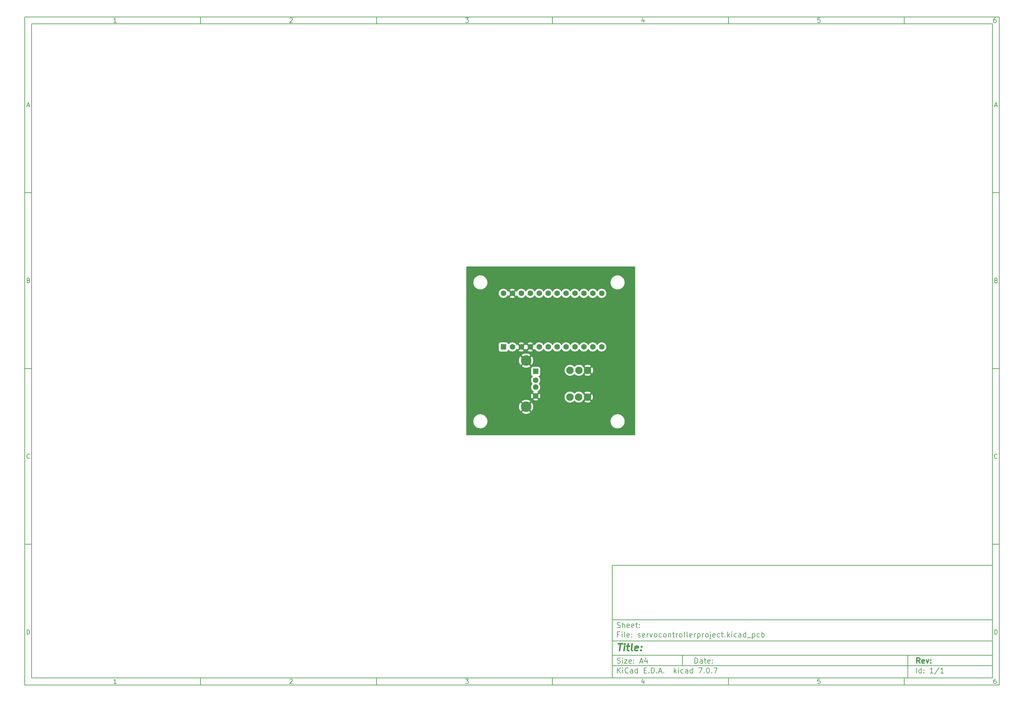
<source format=gbr>
%TF.GenerationSoftware,KiCad,Pcbnew,7.0.7*%
%TF.CreationDate,2023-11-15T20:06:27-08:00*%
%TF.ProjectId,servocontrollerproject,73657276-6f63-46f6-9e74-726f6c6c6572,rev?*%
%TF.SameCoordinates,Original*%
%TF.FileFunction,Copper,L2,Bot*%
%TF.FilePolarity,Positive*%
%FSLAX46Y46*%
G04 Gerber Fmt 4.6, Leading zero omitted, Abs format (unit mm)*
G04 Created by KiCad (PCBNEW 7.0.7) date 2023-11-15 20:06:27*
%MOMM*%
%LPD*%
G01*
G04 APERTURE LIST*
%ADD10C,0.100000*%
%ADD11C,0.150000*%
%ADD12C,0.300000*%
%ADD13C,0.400000*%
%TA.AperFunction,ComponentPad*%
%ADD14C,3.000000*%
%TD*%
%TA.AperFunction,ComponentPad*%
%ADD15C,1.600000*%
%TD*%
%TA.AperFunction,ComponentPad*%
%ADD16R,1.500000X1.600000*%
%TD*%
%TA.AperFunction,ComponentPad*%
%ADD17R,1.600000X1.600000*%
%TD*%
%TA.AperFunction,ComponentPad*%
%ADD18C,2.100000*%
%TD*%
G04 APERTURE END LIST*
D10*
D11*
X177002200Y-166007200D02*
X285002200Y-166007200D01*
X285002200Y-198007200D01*
X177002200Y-198007200D01*
X177002200Y-166007200D01*
D10*
D11*
X10000000Y-10000000D02*
X287002200Y-10000000D01*
X287002200Y-200007200D01*
X10000000Y-200007200D01*
X10000000Y-10000000D01*
D10*
D11*
X12000000Y-12000000D02*
X285002200Y-12000000D01*
X285002200Y-198007200D01*
X12000000Y-198007200D01*
X12000000Y-12000000D01*
D10*
D11*
X60000000Y-12000000D02*
X60000000Y-10000000D01*
D10*
D11*
X110000000Y-12000000D02*
X110000000Y-10000000D01*
D10*
D11*
X160000000Y-12000000D02*
X160000000Y-10000000D01*
D10*
D11*
X210000000Y-12000000D02*
X210000000Y-10000000D01*
D10*
D11*
X260000000Y-12000000D02*
X260000000Y-10000000D01*
D10*
D11*
X36089160Y-11593604D02*
X35346303Y-11593604D01*
X35717731Y-11593604D02*
X35717731Y-10293604D01*
X35717731Y-10293604D02*
X35593922Y-10479319D01*
X35593922Y-10479319D02*
X35470112Y-10603128D01*
X35470112Y-10603128D02*
X35346303Y-10665033D01*
D10*
D11*
X85346303Y-10417414D02*
X85408207Y-10355509D01*
X85408207Y-10355509D02*
X85532017Y-10293604D01*
X85532017Y-10293604D02*
X85841541Y-10293604D01*
X85841541Y-10293604D02*
X85965350Y-10355509D01*
X85965350Y-10355509D02*
X86027255Y-10417414D01*
X86027255Y-10417414D02*
X86089160Y-10541223D01*
X86089160Y-10541223D02*
X86089160Y-10665033D01*
X86089160Y-10665033D02*
X86027255Y-10850747D01*
X86027255Y-10850747D02*
X85284398Y-11593604D01*
X85284398Y-11593604D02*
X86089160Y-11593604D01*
D10*
D11*
X135284398Y-10293604D02*
X136089160Y-10293604D01*
X136089160Y-10293604D02*
X135655826Y-10788842D01*
X135655826Y-10788842D02*
X135841541Y-10788842D01*
X135841541Y-10788842D02*
X135965350Y-10850747D01*
X135965350Y-10850747D02*
X136027255Y-10912652D01*
X136027255Y-10912652D02*
X136089160Y-11036461D01*
X136089160Y-11036461D02*
X136089160Y-11345985D01*
X136089160Y-11345985D02*
X136027255Y-11469795D01*
X136027255Y-11469795D02*
X135965350Y-11531700D01*
X135965350Y-11531700D02*
X135841541Y-11593604D01*
X135841541Y-11593604D02*
X135470112Y-11593604D01*
X135470112Y-11593604D02*
X135346303Y-11531700D01*
X135346303Y-11531700D02*
X135284398Y-11469795D01*
D10*
D11*
X185965350Y-10726938D02*
X185965350Y-11593604D01*
X185655826Y-10231700D02*
X185346303Y-11160271D01*
X185346303Y-11160271D02*
X186151064Y-11160271D01*
D10*
D11*
X236027255Y-10293604D02*
X235408207Y-10293604D01*
X235408207Y-10293604D02*
X235346303Y-10912652D01*
X235346303Y-10912652D02*
X235408207Y-10850747D01*
X235408207Y-10850747D02*
X235532017Y-10788842D01*
X235532017Y-10788842D02*
X235841541Y-10788842D01*
X235841541Y-10788842D02*
X235965350Y-10850747D01*
X235965350Y-10850747D02*
X236027255Y-10912652D01*
X236027255Y-10912652D02*
X236089160Y-11036461D01*
X236089160Y-11036461D02*
X236089160Y-11345985D01*
X236089160Y-11345985D02*
X236027255Y-11469795D01*
X236027255Y-11469795D02*
X235965350Y-11531700D01*
X235965350Y-11531700D02*
X235841541Y-11593604D01*
X235841541Y-11593604D02*
X235532017Y-11593604D01*
X235532017Y-11593604D02*
X235408207Y-11531700D01*
X235408207Y-11531700D02*
X235346303Y-11469795D01*
D10*
D11*
X285965350Y-10293604D02*
X285717731Y-10293604D01*
X285717731Y-10293604D02*
X285593922Y-10355509D01*
X285593922Y-10355509D02*
X285532017Y-10417414D01*
X285532017Y-10417414D02*
X285408207Y-10603128D01*
X285408207Y-10603128D02*
X285346303Y-10850747D01*
X285346303Y-10850747D02*
X285346303Y-11345985D01*
X285346303Y-11345985D02*
X285408207Y-11469795D01*
X285408207Y-11469795D02*
X285470112Y-11531700D01*
X285470112Y-11531700D02*
X285593922Y-11593604D01*
X285593922Y-11593604D02*
X285841541Y-11593604D01*
X285841541Y-11593604D02*
X285965350Y-11531700D01*
X285965350Y-11531700D02*
X286027255Y-11469795D01*
X286027255Y-11469795D02*
X286089160Y-11345985D01*
X286089160Y-11345985D02*
X286089160Y-11036461D01*
X286089160Y-11036461D02*
X286027255Y-10912652D01*
X286027255Y-10912652D02*
X285965350Y-10850747D01*
X285965350Y-10850747D02*
X285841541Y-10788842D01*
X285841541Y-10788842D02*
X285593922Y-10788842D01*
X285593922Y-10788842D02*
X285470112Y-10850747D01*
X285470112Y-10850747D02*
X285408207Y-10912652D01*
X285408207Y-10912652D02*
X285346303Y-11036461D01*
D10*
D11*
X60000000Y-198007200D02*
X60000000Y-200007200D01*
D10*
D11*
X110000000Y-198007200D02*
X110000000Y-200007200D01*
D10*
D11*
X160000000Y-198007200D02*
X160000000Y-200007200D01*
D10*
D11*
X210000000Y-198007200D02*
X210000000Y-200007200D01*
D10*
D11*
X260000000Y-198007200D02*
X260000000Y-200007200D01*
D10*
D11*
X36089160Y-199600804D02*
X35346303Y-199600804D01*
X35717731Y-199600804D02*
X35717731Y-198300804D01*
X35717731Y-198300804D02*
X35593922Y-198486519D01*
X35593922Y-198486519D02*
X35470112Y-198610328D01*
X35470112Y-198610328D02*
X35346303Y-198672233D01*
D10*
D11*
X85346303Y-198424614D02*
X85408207Y-198362709D01*
X85408207Y-198362709D02*
X85532017Y-198300804D01*
X85532017Y-198300804D02*
X85841541Y-198300804D01*
X85841541Y-198300804D02*
X85965350Y-198362709D01*
X85965350Y-198362709D02*
X86027255Y-198424614D01*
X86027255Y-198424614D02*
X86089160Y-198548423D01*
X86089160Y-198548423D02*
X86089160Y-198672233D01*
X86089160Y-198672233D02*
X86027255Y-198857947D01*
X86027255Y-198857947D02*
X85284398Y-199600804D01*
X85284398Y-199600804D02*
X86089160Y-199600804D01*
D10*
D11*
X135284398Y-198300804D02*
X136089160Y-198300804D01*
X136089160Y-198300804D02*
X135655826Y-198796042D01*
X135655826Y-198796042D02*
X135841541Y-198796042D01*
X135841541Y-198796042D02*
X135965350Y-198857947D01*
X135965350Y-198857947D02*
X136027255Y-198919852D01*
X136027255Y-198919852D02*
X136089160Y-199043661D01*
X136089160Y-199043661D02*
X136089160Y-199353185D01*
X136089160Y-199353185D02*
X136027255Y-199476995D01*
X136027255Y-199476995D02*
X135965350Y-199538900D01*
X135965350Y-199538900D02*
X135841541Y-199600804D01*
X135841541Y-199600804D02*
X135470112Y-199600804D01*
X135470112Y-199600804D02*
X135346303Y-199538900D01*
X135346303Y-199538900D02*
X135284398Y-199476995D01*
D10*
D11*
X185965350Y-198734138D02*
X185965350Y-199600804D01*
X185655826Y-198238900D02*
X185346303Y-199167471D01*
X185346303Y-199167471D02*
X186151064Y-199167471D01*
D10*
D11*
X236027255Y-198300804D02*
X235408207Y-198300804D01*
X235408207Y-198300804D02*
X235346303Y-198919852D01*
X235346303Y-198919852D02*
X235408207Y-198857947D01*
X235408207Y-198857947D02*
X235532017Y-198796042D01*
X235532017Y-198796042D02*
X235841541Y-198796042D01*
X235841541Y-198796042D02*
X235965350Y-198857947D01*
X235965350Y-198857947D02*
X236027255Y-198919852D01*
X236027255Y-198919852D02*
X236089160Y-199043661D01*
X236089160Y-199043661D02*
X236089160Y-199353185D01*
X236089160Y-199353185D02*
X236027255Y-199476995D01*
X236027255Y-199476995D02*
X235965350Y-199538900D01*
X235965350Y-199538900D02*
X235841541Y-199600804D01*
X235841541Y-199600804D02*
X235532017Y-199600804D01*
X235532017Y-199600804D02*
X235408207Y-199538900D01*
X235408207Y-199538900D02*
X235346303Y-199476995D01*
D10*
D11*
X285965350Y-198300804D02*
X285717731Y-198300804D01*
X285717731Y-198300804D02*
X285593922Y-198362709D01*
X285593922Y-198362709D02*
X285532017Y-198424614D01*
X285532017Y-198424614D02*
X285408207Y-198610328D01*
X285408207Y-198610328D02*
X285346303Y-198857947D01*
X285346303Y-198857947D02*
X285346303Y-199353185D01*
X285346303Y-199353185D02*
X285408207Y-199476995D01*
X285408207Y-199476995D02*
X285470112Y-199538900D01*
X285470112Y-199538900D02*
X285593922Y-199600804D01*
X285593922Y-199600804D02*
X285841541Y-199600804D01*
X285841541Y-199600804D02*
X285965350Y-199538900D01*
X285965350Y-199538900D02*
X286027255Y-199476995D01*
X286027255Y-199476995D02*
X286089160Y-199353185D01*
X286089160Y-199353185D02*
X286089160Y-199043661D01*
X286089160Y-199043661D02*
X286027255Y-198919852D01*
X286027255Y-198919852D02*
X285965350Y-198857947D01*
X285965350Y-198857947D02*
X285841541Y-198796042D01*
X285841541Y-198796042D02*
X285593922Y-198796042D01*
X285593922Y-198796042D02*
X285470112Y-198857947D01*
X285470112Y-198857947D02*
X285408207Y-198919852D01*
X285408207Y-198919852D02*
X285346303Y-199043661D01*
D10*
D11*
X10000000Y-60000000D02*
X12000000Y-60000000D01*
D10*
D11*
X10000000Y-110000000D02*
X12000000Y-110000000D01*
D10*
D11*
X10000000Y-160000000D02*
X12000000Y-160000000D01*
D10*
D11*
X10690476Y-35222176D02*
X11309523Y-35222176D01*
X10566666Y-35593604D02*
X10999999Y-34293604D01*
X10999999Y-34293604D02*
X11433333Y-35593604D01*
D10*
D11*
X11092857Y-84912652D02*
X11278571Y-84974557D01*
X11278571Y-84974557D02*
X11340476Y-85036461D01*
X11340476Y-85036461D02*
X11402380Y-85160271D01*
X11402380Y-85160271D02*
X11402380Y-85345985D01*
X11402380Y-85345985D02*
X11340476Y-85469795D01*
X11340476Y-85469795D02*
X11278571Y-85531700D01*
X11278571Y-85531700D02*
X11154761Y-85593604D01*
X11154761Y-85593604D02*
X10659523Y-85593604D01*
X10659523Y-85593604D02*
X10659523Y-84293604D01*
X10659523Y-84293604D02*
X11092857Y-84293604D01*
X11092857Y-84293604D02*
X11216666Y-84355509D01*
X11216666Y-84355509D02*
X11278571Y-84417414D01*
X11278571Y-84417414D02*
X11340476Y-84541223D01*
X11340476Y-84541223D02*
X11340476Y-84665033D01*
X11340476Y-84665033D02*
X11278571Y-84788842D01*
X11278571Y-84788842D02*
X11216666Y-84850747D01*
X11216666Y-84850747D02*
X11092857Y-84912652D01*
X11092857Y-84912652D02*
X10659523Y-84912652D01*
D10*
D11*
X11402380Y-135469795D02*
X11340476Y-135531700D01*
X11340476Y-135531700D02*
X11154761Y-135593604D01*
X11154761Y-135593604D02*
X11030952Y-135593604D01*
X11030952Y-135593604D02*
X10845238Y-135531700D01*
X10845238Y-135531700D02*
X10721428Y-135407890D01*
X10721428Y-135407890D02*
X10659523Y-135284080D01*
X10659523Y-135284080D02*
X10597619Y-135036461D01*
X10597619Y-135036461D02*
X10597619Y-134850747D01*
X10597619Y-134850747D02*
X10659523Y-134603128D01*
X10659523Y-134603128D02*
X10721428Y-134479319D01*
X10721428Y-134479319D02*
X10845238Y-134355509D01*
X10845238Y-134355509D02*
X11030952Y-134293604D01*
X11030952Y-134293604D02*
X11154761Y-134293604D01*
X11154761Y-134293604D02*
X11340476Y-134355509D01*
X11340476Y-134355509D02*
X11402380Y-134417414D01*
D10*
D11*
X10659523Y-185593604D02*
X10659523Y-184293604D01*
X10659523Y-184293604D02*
X10969047Y-184293604D01*
X10969047Y-184293604D02*
X11154761Y-184355509D01*
X11154761Y-184355509D02*
X11278571Y-184479319D01*
X11278571Y-184479319D02*
X11340476Y-184603128D01*
X11340476Y-184603128D02*
X11402380Y-184850747D01*
X11402380Y-184850747D02*
X11402380Y-185036461D01*
X11402380Y-185036461D02*
X11340476Y-185284080D01*
X11340476Y-185284080D02*
X11278571Y-185407890D01*
X11278571Y-185407890D02*
X11154761Y-185531700D01*
X11154761Y-185531700D02*
X10969047Y-185593604D01*
X10969047Y-185593604D02*
X10659523Y-185593604D01*
D10*
D11*
X287002200Y-60000000D02*
X285002200Y-60000000D01*
D10*
D11*
X287002200Y-110000000D02*
X285002200Y-110000000D01*
D10*
D11*
X287002200Y-160000000D02*
X285002200Y-160000000D01*
D10*
D11*
X285692676Y-35222176D02*
X286311723Y-35222176D01*
X285568866Y-35593604D02*
X286002199Y-34293604D01*
X286002199Y-34293604D02*
X286435533Y-35593604D01*
D10*
D11*
X286095057Y-84912652D02*
X286280771Y-84974557D01*
X286280771Y-84974557D02*
X286342676Y-85036461D01*
X286342676Y-85036461D02*
X286404580Y-85160271D01*
X286404580Y-85160271D02*
X286404580Y-85345985D01*
X286404580Y-85345985D02*
X286342676Y-85469795D01*
X286342676Y-85469795D02*
X286280771Y-85531700D01*
X286280771Y-85531700D02*
X286156961Y-85593604D01*
X286156961Y-85593604D02*
X285661723Y-85593604D01*
X285661723Y-85593604D02*
X285661723Y-84293604D01*
X285661723Y-84293604D02*
X286095057Y-84293604D01*
X286095057Y-84293604D02*
X286218866Y-84355509D01*
X286218866Y-84355509D02*
X286280771Y-84417414D01*
X286280771Y-84417414D02*
X286342676Y-84541223D01*
X286342676Y-84541223D02*
X286342676Y-84665033D01*
X286342676Y-84665033D02*
X286280771Y-84788842D01*
X286280771Y-84788842D02*
X286218866Y-84850747D01*
X286218866Y-84850747D02*
X286095057Y-84912652D01*
X286095057Y-84912652D02*
X285661723Y-84912652D01*
D10*
D11*
X286404580Y-135469795D02*
X286342676Y-135531700D01*
X286342676Y-135531700D02*
X286156961Y-135593604D01*
X286156961Y-135593604D02*
X286033152Y-135593604D01*
X286033152Y-135593604D02*
X285847438Y-135531700D01*
X285847438Y-135531700D02*
X285723628Y-135407890D01*
X285723628Y-135407890D02*
X285661723Y-135284080D01*
X285661723Y-135284080D02*
X285599819Y-135036461D01*
X285599819Y-135036461D02*
X285599819Y-134850747D01*
X285599819Y-134850747D02*
X285661723Y-134603128D01*
X285661723Y-134603128D02*
X285723628Y-134479319D01*
X285723628Y-134479319D02*
X285847438Y-134355509D01*
X285847438Y-134355509D02*
X286033152Y-134293604D01*
X286033152Y-134293604D02*
X286156961Y-134293604D01*
X286156961Y-134293604D02*
X286342676Y-134355509D01*
X286342676Y-134355509D02*
X286404580Y-134417414D01*
D10*
D11*
X285661723Y-185593604D02*
X285661723Y-184293604D01*
X285661723Y-184293604D02*
X285971247Y-184293604D01*
X285971247Y-184293604D02*
X286156961Y-184355509D01*
X286156961Y-184355509D02*
X286280771Y-184479319D01*
X286280771Y-184479319D02*
X286342676Y-184603128D01*
X286342676Y-184603128D02*
X286404580Y-184850747D01*
X286404580Y-184850747D02*
X286404580Y-185036461D01*
X286404580Y-185036461D02*
X286342676Y-185284080D01*
X286342676Y-185284080D02*
X286280771Y-185407890D01*
X286280771Y-185407890D02*
X286156961Y-185531700D01*
X286156961Y-185531700D02*
X285971247Y-185593604D01*
X285971247Y-185593604D02*
X285661723Y-185593604D01*
D10*
D11*
X200458026Y-193793328D02*
X200458026Y-192293328D01*
X200458026Y-192293328D02*
X200815169Y-192293328D01*
X200815169Y-192293328D02*
X201029455Y-192364757D01*
X201029455Y-192364757D02*
X201172312Y-192507614D01*
X201172312Y-192507614D02*
X201243741Y-192650471D01*
X201243741Y-192650471D02*
X201315169Y-192936185D01*
X201315169Y-192936185D02*
X201315169Y-193150471D01*
X201315169Y-193150471D02*
X201243741Y-193436185D01*
X201243741Y-193436185D02*
X201172312Y-193579042D01*
X201172312Y-193579042D02*
X201029455Y-193721900D01*
X201029455Y-193721900D02*
X200815169Y-193793328D01*
X200815169Y-193793328D02*
X200458026Y-193793328D01*
X202600884Y-193793328D02*
X202600884Y-193007614D01*
X202600884Y-193007614D02*
X202529455Y-192864757D01*
X202529455Y-192864757D02*
X202386598Y-192793328D01*
X202386598Y-192793328D02*
X202100884Y-192793328D01*
X202100884Y-192793328D02*
X201958026Y-192864757D01*
X202600884Y-193721900D02*
X202458026Y-193793328D01*
X202458026Y-193793328D02*
X202100884Y-193793328D01*
X202100884Y-193793328D02*
X201958026Y-193721900D01*
X201958026Y-193721900D02*
X201886598Y-193579042D01*
X201886598Y-193579042D02*
X201886598Y-193436185D01*
X201886598Y-193436185D02*
X201958026Y-193293328D01*
X201958026Y-193293328D02*
X202100884Y-193221900D01*
X202100884Y-193221900D02*
X202458026Y-193221900D01*
X202458026Y-193221900D02*
X202600884Y-193150471D01*
X203100884Y-192793328D02*
X203672312Y-192793328D01*
X203315169Y-192293328D02*
X203315169Y-193579042D01*
X203315169Y-193579042D02*
X203386598Y-193721900D01*
X203386598Y-193721900D02*
X203529455Y-193793328D01*
X203529455Y-193793328D02*
X203672312Y-193793328D01*
X204743741Y-193721900D02*
X204600884Y-193793328D01*
X204600884Y-193793328D02*
X204315170Y-193793328D01*
X204315170Y-193793328D02*
X204172312Y-193721900D01*
X204172312Y-193721900D02*
X204100884Y-193579042D01*
X204100884Y-193579042D02*
X204100884Y-193007614D01*
X204100884Y-193007614D02*
X204172312Y-192864757D01*
X204172312Y-192864757D02*
X204315170Y-192793328D01*
X204315170Y-192793328D02*
X204600884Y-192793328D01*
X204600884Y-192793328D02*
X204743741Y-192864757D01*
X204743741Y-192864757D02*
X204815170Y-193007614D01*
X204815170Y-193007614D02*
X204815170Y-193150471D01*
X204815170Y-193150471D02*
X204100884Y-193293328D01*
X205458026Y-193650471D02*
X205529455Y-193721900D01*
X205529455Y-193721900D02*
X205458026Y-193793328D01*
X205458026Y-193793328D02*
X205386598Y-193721900D01*
X205386598Y-193721900D02*
X205458026Y-193650471D01*
X205458026Y-193650471D02*
X205458026Y-193793328D01*
X205458026Y-192864757D02*
X205529455Y-192936185D01*
X205529455Y-192936185D02*
X205458026Y-193007614D01*
X205458026Y-193007614D02*
X205386598Y-192936185D01*
X205386598Y-192936185D02*
X205458026Y-192864757D01*
X205458026Y-192864757D02*
X205458026Y-193007614D01*
D10*
D11*
X177002200Y-194507200D02*
X285002200Y-194507200D01*
D10*
D11*
X178458026Y-196593328D02*
X178458026Y-195093328D01*
X179315169Y-196593328D02*
X178672312Y-195736185D01*
X179315169Y-195093328D02*
X178458026Y-195950471D01*
X179958026Y-196593328D02*
X179958026Y-195593328D01*
X179958026Y-195093328D02*
X179886598Y-195164757D01*
X179886598Y-195164757D02*
X179958026Y-195236185D01*
X179958026Y-195236185D02*
X180029455Y-195164757D01*
X180029455Y-195164757D02*
X179958026Y-195093328D01*
X179958026Y-195093328D02*
X179958026Y-195236185D01*
X181529455Y-196450471D02*
X181458027Y-196521900D01*
X181458027Y-196521900D02*
X181243741Y-196593328D01*
X181243741Y-196593328D02*
X181100884Y-196593328D01*
X181100884Y-196593328D02*
X180886598Y-196521900D01*
X180886598Y-196521900D02*
X180743741Y-196379042D01*
X180743741Y-196379042D02*
X180672312Y-196236185D01*
X180672312Y-196236185D02*
X180600884Y-195950471D01*
X180600884Y-195950471D02*
X180600884Y-195736185D01*
X180600884Y-195736185D02*
X180672312Y-195450471D01*
X180672312Y-195450471D02*
X180743741Y-195307614D01*
X180743741Y-195307614D02*
X180886598Y-195164757D01*
X180886598Y-195164757D02*
X181100884Y-195093328D01*
X181100884Y-195093328D02*
X181243741Y-195093328D01*
X181243741Y-195093328D02*
X181458027Y-195164757D01*
X181458027Y-195164757D02*
X181529455Y-195236185D01*
X182815170Y-196593328D02*
X182815170Y-195807614D01*
X182815170Y-195807614D02*
X182743741Y-195664757D01*
X182743741Y-195664757D02*
X182600884Y-195593328D01*
X182600884Y-195593328D02*
X182315170Y-195593328D01*
X182315170Y-195593328D02*
X182172312Y-195664757D01*
X182815170Y-196521900D02*
X182672312Y-196593328D01*
X182672312Y-196593328D02*
X182315170Y-196593328D01*
X182315170Y-196593328D02*
X182172312Y-196521900D01*
X182172312Y-196521900D02*
X182100884Y-196379042D01*
X182100884Y-196379042D02*
X182100884Y-196236185D01*
X182100884Y-196236185D02*
X182172312Y-196093328D01*
X182172312Y-196093328D02*
X182315170Y-196021900D01*
X182315170Y-196021900D02*
X182672312Y-196021900D01*
X182672312Y-196021900D02*
X182815170Y-195950471D01*
X184172313Y-196593328D02*
X184172313Y-195093328D01*
X184172313Y-196521900D02*
X184029455Y-196593328D01*
X184029455Y-196593328D02*
X183743741Y-196593328D01*
X183743741Y-196593328D02*
X183600884Y-196521900D01*
X183600884Y-196521900D02*
X183529455Y-196450471D01*
X183529455Y-196450471D02*
X183458027Y-196307614D01*
X183458027Y-196307614D02*
X183458027Y-195879042D01*
X183458027Y-195879042D02*
X183529455Y-195736185D01*
X183529455Y-195736185D02*
X183600884Y-195664757D01*
X183600884Y-195664757D02*
X183743741Y-195593328D01*
X183743741Y-195593328D02*
X184029455Y-195593328D01*
X184029455Y-195593328D02*
X184172313Y-195664757D01*
X186029455Y-195807614D02*
X186529455Y-195807614D01*
X186743741Y-196593328D02*
X186029455Y-196593328D01*
X186029455Y-196593328D02*
X186029455Y-195093328D01*
X186029455Y-195093328D02*
X186743741Y-195093328D01*
X187386598Y-196450471D02*
X187458027Y-196521900D01*
X187458027Y-196521900D02*
X187386598Y-196593328D01*
X187386598Y-196593328D02*
X187315170Y-196521900D01*
X187315170Y-196521900D02*
X187386598Y-196450471D01*
X187386598Y-196450471D02*
X187386598Y-196593328D01*
X188100884Y-196593328D02*
X188100884Y-195093328D01*
X188100884Y-195093328D02*
X188458027Y-195093328D01*
X188458027Y-195093328D02*
X188672313Y-195164757D01*
X188672313Y-195164757D02*
X188815170Y-195307614D01*
X188815170Y-195307614D02*
X188886599Y-195450471D01*
X188886599Y-195450471D02*
X188958027Y-195736185D01*
X188958027Y-195736185D02*
X188958027Y-195950471D01*
X188958027Y-195950471D02*
X188886599Y-196236185D01*
X188886599Y-196236185D02*
X188815170Y-196379042D01*
X188815170Y-196379042D02*
X188672313Y-196521900D01*
X188672313Y-196521900D02*
X188458027Y-196593328D01*
X188458027Y-196593328D02*
X188100884Y-196593328D01*
X189600884Y-196450471D02*
X189672313Y-196521900D01*
X189672313Y-196521900D02*
X189600884Y-196593328D01*
X189600884Y-196593328D02*
X189529456Y-196521900D01*
X189529456Y-196521900D02*
X189600884Y-196450471D01*
X189600884Y-196450471D02*
X189600884Y-196593328D01*
X190243742Y-196164757D02*
X190958028Y-196164757D01*
X190100885Y-196593328D02*
X190600885Y-195093328D01*
X190600885Y-195093328D02*
X191100885Y-196593328D01*
X191600884Y-196450471D02*
X191672313Y-196521900D01*
X191672313Y-196521900D02*
X191600884Y-196593328D01*
X191600884Y-196593328D02*
X191529456Y-196521900D01*
X191529456Y-196521900D02*
X191600884Y-196450471D01*
X191600884Y-196450471D02*
X191600884Y-196593328D01*
X194600884Y-196593328D02*
X194600884Y-195093328D01*
X194743742Y-196021900D02*
X195172313Y-196593328D01*
X195172313Y-195593328D02*
X194600884Y-196164757D01*
X195815170Y-196593328D02*
X195815170Y-195593328D01*
X195815170Y-195093328D02*
X195743742Y-195164757D01*
X195743742Y-195164757D02*
X195815170Y-195236185D01*
X195815170Y-195236185D02*
X195886599Y-195164757D01*
X195886599Y-195164757D02*
X195815170Y-195093328D01*
X195815170Y-195093328D02*
X195815170Y-195236185D01*
X197172314Y-196521900D02*
X197029456Y-196593328D01*
X197029456Y-196593328D02*
X196743742Y-196593328D01*
X196743742Y-196593328D02*
X196600885Y-196521900D01*
X196600885Y-196521900D02*
X196529456Y-196450471D01*
X196529456Y-196450471D02*
X196458028Y-196307614D01*
X196458028Y-196307614D02*
X196458028Y-195879042D01*
X196458028Y-195879042D02*
X196529456Y-195736185D01*
X196529456Y-195736185D02*
X196600885Y-195664757D01*
X196600885Y-195664757D02*
X196743742Y-195593328D01*
X196743742Y-195593328D02*
X197029456Y-195593328D01*
X197029456Y-195593328D02*
X197172314Y-195664757D01*
X198458028Y-196593328D02*
X198458028Y-195807614D01*
X198458028Y-195807614D02*
X198386599Y-195664757D01*
X198386599Y-195664757D02*
X198243742Y-195593328D01*
X198243742Y-195593328D02*
X197958028Y-195593328D01*
X197958028Y-195593328D02*
X197815170Y-195664757D01*
X198458028Y-196521900D02*
X198315170Y-196593328D01*
X198315170Y-196593328D02*
X197958028Y-196593328D01*
X197958028Y-196593328D02*
X197815170Y-196521900D01*
X197815170Y-196521900D02*
X197743742Y-196379042D01*
X197743742Y-196379042D02*
X197743742Y-196236185D01*
X197743742Y-196236185D02*
X197815170Y-196093328D01*
X197815170Y-196093328D02*
X197958028Y-196021900D01*
X197958028Y-196021900D02*
X198315170Y-196021900D01*
X198315170Y-196021900D02*
X198458028Y-195950471D01*
X199815171Y-196593328D02*
X199815171Y-195093328D01*
X199815171Y-196521900D02*
X199672313Y-196593328D01*
X199672313Y-196593328D02*
X199386599Y-196593328D01*
X199386599Y-196593328D02*
X199243742Y-196521900D01*
X199243742Y-196521900D02*
X199172313Y-196450471D01*
X199172313Y-196450471D02*
X199100885Y-196307614D01*
X199100885Y-196307614D02*
X199100885Y-195879042D01*
X199100885Y-195879042D02*
X199172313Y-195736185D01*
X199172313Y-195736185D02*
X199243742Y-195664757D01*
X199243742Y-195664757D02*
X199386599Y-195593328D01*
X199386599Y-195593328D02*
X199672313Y-195593328D01*
X199672313Y-195593328D02*
X199815171Y-195664757D01*
X201529456Y-195093328D02*
X202529456Y-195093328D01*
X202529456Y-195093328D02*
X201886599Y-196593328D01*
X203100884Y-196450471D02*
X203172313Y-196521900D01*
X203172313Y-196521900D02*
X203100884Y-196593328D01*
X203100884Y-196593328D02*
X203029456Y-196521900D01*
X203029456Y-196521900D02*
X203100884Y-196450471D01*
X203100884Y-196450471D02*
X203100884Y-196593328D01*
X204100885Y-195093328D02*
X204243742Y-195093328D01*
X204243742Y-195093328D02*
X204386599Y-195164757D01*
X204386599Y-195164757D02*
X204458028Y-195236185D01*
X204458028Y-195236185D02*
X204529456Y-195379042D01*
X204529456Y-195379042D02*
X204600885Y-195664757D01*
X204600885Y-195664757D02*
X204600885Y-196021900D01*
X204600885Y-196021900D02*
X204529456Y-196307614D01*
X204529456Y-196307614D02*
X204458028Y-196450471D01*
X204458028Y-196450471D02*
X204386599Y-196521900D01*
X204386599Y-196521900D02*
X204243742Y-196593328D01*
X204243742Y-196593328D02*
X204100885Y-196593328D01*
X204100885Y-196593328D02*
X203958028Y-196521900D01*
X203958028Y-196521900D02*
X203886599Y-196450471D01*
X203886599Y-196450471D02*
X203815170Y-196307614D01*
X203815170Y-196307614D02*
X203743742Y-196021900D01*
X203743742Y-196021900D02*
X203743742Y-195664757D01*
X203743742Y-195664757D02*
X203815170Y-195379042D01*
X203815170Y-195379042D02*
X203886599Y-195236185D01*
X203886599Y-195236185D02*
X203958028Y-195164757D01*
X203958028Y-195164757D02*
X204100885Y-195093328D01*
X205243741Y-196450471D02*
X205315170Y-196521900D01*
X205315170Y-196521900D02*
X205243741Y-196593328D01*
X205243741Y-196593328D02*
X205172313Y-196521900D01*
X205172313Y-196521900D02*
X205243741Y-196450471D01*
X205243741Y-196450471D02*
X205243741Y-196593328D01*
X205815170Y-195093328D02*
X206815170Y-195093328D01*
X206815170Y-195093328D02*
X206172313Y-196593328D01*
D10*
D11*
X177002200Y-191507200D02*
X285002200Y-191507200D01*
D10*
D12*
X264413853Y-193785528D02*
X263913853Y-193071242D01*
X263556710Y-193785528D02*
X263556710Y-192285528D01*
X263556710Y-192285528D02*
X264128139Y-192285528D01*
X264128139Y-192285528D02*
X264270996Y-192356957D01*
X264270996Y-192356957D02*
X264342425Y-192428385D01*
X264342425Y-192428385D02*
X264413853Y-192571242D01*
X264413853Y-192571242D02*
X264413853Y-192785528D01*
X264413853Y-192785528D02*
X264342425Y-192928385D01*
X264342425Y-192928385D02*
X264270996Y-192999814D01*
X264270996Y-192999814D02*
X264128139Y-193071242D01*
X264128139Y-193071242D02*
X263556710Y-193071242D01*
X265628139Y-193714100D02*
X265485282Y-193785528D01*
X265485282Y-193785528D02*
X265199568Y-193785528D01*
X265199568Y-193785528D02*
X265056710Y-193714100D01*
X265056710Y-193714100D02*
X264985282Y-193571242D01*
X264985282Y-193571242D02*
X264985282Y-192999814D01*
X264985282Y-192999814D02*
X265056710Y-192856957D01*
X265056710Y-192856957D02*
X265199568Y-192785528D01*
X265199568Y-192785528D02*
X265485282Y-192785528D01*
X265485282Y-192785528D02*
X265628139Y-192856957D01*
X265628139Y-192856957D02*
X265699568Y-192999814D01*
X265699568Y-192999814D02*
X265699568Y-193142671D01*
X265699568Y-193142671D02*
X264985282Y-193285528D01*
X266199567Y-192785528D02*
X266556710Y-193785528D01*
X266556710Y-193785528D02*
X266913853Y-192785528D01*
X267485281Y-193642671D02*
X267556710Y-193714100D01*
X267556710Y-193714100D02*
X267485281Y-193785528D01*
X267485281Y-193785528D02*
X267413853Y-193714100D01*
X267413853Y-193714100D02*
X267485281Y-193642671D01*
X267485281Y-193642671D02*
X267485281Y-193785528D01*
X267485281Y-192856957D02*
X267556710Y-192928385D01*
X267556710Y-192928385D02*
X267485281Y-192999814D01*
X267485281Y-192999814D02*
X267413853Y-192928385D01*
X267413853Y-192928385D02*
X267485281Y-192856957D01*
X267485281Y-192856957D02*
X267485281Y-192999814D01*
D10*
D11*
X178386598Y-193721900D02*
X178600884Y-193793328D01*
X178600884Y-193793328D02*
X178958026Y-193793328D01*
X178958026Y-193793328D02*
X179100884Y-193721900D01*
X179100884Y-193721900D02*
X179172312Y-193650471D01*
X179172312Y-193650471D02*
X179243741Y-193507614D01*
X179243741Y-193507614D02*
X179243741Y-193364757D01*
X179243741Y-193364757D02*
X179172312Y-193221900D01*
X179172312Y-193221900D02*
X179100884Y-193150471D01*
X179100884Y-193150471D02*
X178958026Y-193079042D01*
X178958026Y-193079042D02*
X178672312Y-193007614D01*
X178672312Y-193007614D02*
X178529455Y-192936185D01*
X178529455Y-192936185D02*
X178458026Y-192864757D01*
X178458026Y-192864757D02*
X178386598Y-192721900D01*
X178386598Y-192721900D02*
X178386598Y-192579042D01*
X178386598Y-192579042D02*
X178458026Y-192436185D01*
X178458026Y-192436185D02*
X178529455Y-192364757D01*
X178529455Y-192364757D02*
X178672312Y-192293328D01*
X178672312Y-192293328D02*
X179029455Y-192293328D01*
X179029455Y-192293328D02*
X179243741Y-192364757D01*
X179886597Y-193793328D02*
X179886597Y-192793328D01*
X179886597Y-192293328D02*
X179815169Y-192364757D01*
X179815169Y-192364757D02*
X179886597Y-192436185D01*
X179886597Y-192436185D02*
X179958026Y-192364757D01*
X179958026Y-192364757D02*
X179886597Y-192293328D01*
X179886597Y-192293328D02*
X179886597Y-192436185D01*
X180458026Y-192793328D02*
X181243741Y-192793328D01*
X181243741Y-192793328D02*
X180458026Y-193793328D01*
X180458026Y-193793328D02*
X181243741Y-193793328D01*
X182386598Y-193721900D02*
X182243741Y-193793328D01*
X182243741Y-193793328D02*
X181958027Y-193793328D01*
X181958027Y-193793328D02*
X181815169Y-193721900D01*
X181815169Y-193721900D02*
X181743741Y-193579042D01*
X181743741Y-193579042D02*
X181743741Y-193007614D01*
X181743741Y-193007614D02*
X181815169Y-192864757D01*
X181815169Y-192864757D02*
X181958027Y-192793328D01*
X181958027Y-192793328D02*
X182243741Y-192793328D01*
X182243741Y-192793328D02*
X182386598Y-192864757D01*
X182386598Y-192864757D02*
X182458027Y-193007614D01*
X182458027Y-193007614D02*
X182458027Y-193150471D01*
X182458027Y-193150471D02*
X181743741Y-193293328D01*
X183100883Y-193650471D02*
X183172312Y-193721900D01*
X183172312Y-193721900D02*
X183100883Y-193793328D01*
X183100883Y-193793328D02*
X183029455Y-193721900D01*
X183029455Y-193721900D02*
X183100883Y-193650471D01*
X183100883Y-193650471D02*
X183100883Y-193793328D01*
X183100883Y-192864757D02*
X183172312Y-192936185D01*
X183172312Y-192936185D02*
X183100883Y-193007614D01*
X183100883Y-193007614D02*
X183029455Y-192936185D01*
X183029455Y-192936185D02*
X183100883Y-192864757D01*
X183100883Y-192864757D02*
X183100883Y-193007614D01*
X184886598Y-193364757D02*
X185600884Y-193364757D01*
X184743741Y-193793328D02*
X185243741Y-192293328D01*
X185243741Y-192293328D02*
X185743741Y-193793328D01*
X186886598Y-192793328D02*
X186886598Y-193793328D01*
X186529455Y-192221900D02*
X186172312Y-193293328D01*
X186172312Y-193293328D02*
X187100883Y-193293328D01*
D10*
D11*
X263458026Y-196593328D02*
X263458026Y-195093328D01*
X264815170Y-196593328D02*
X264815170Y-195093328D01*
X264815170Y-196521900D02*
X264672312Y-196593328D01*
X264672312Y-196593328D02*
X264386598Y-196593328D01*
X264386598Y-196593328D02*
X264243741Y-196521900D01*
X264243741Y-196521900D02*
X264172312Y-196450471D01*
X264172312Y-196450471D02*
X264100884Y-196307614D01*
X264100884Y-196307614D02*
X264100884Y-195879042D01*
X264100884Y-195879042D02*
X264172312Y-195736185D01*
X264172312Y-195736185D02*
X264243741Y-195664757D01*
X264243741Y-195664757D02*
X264386598Y-195593328D01*
X264386598Y-195593328D02*
X264672312Y-195593328D01*
X264672312Y-195593328D02*
X264815170Y-195664757D01*
X265529455Y-196450471D02*
X265600884Y-196521900D01*
X265600884Y-196521900D02*
X265529455Y-196593328D01*
X265529455Y-196593328D02*
X265458027Y-196521900D01*
X265458027Y-196521900D02*
X265529455Y-196450471D01*
X265529455Y-196450471D02*
X265529455Y-196593328D01*
X265529455Y-195664757D02*
X265600884Y-195736185D01*
X265600884Y-195736185D02*
X265529455Y-195807614D01*
X265529455Y-195807614D02*
X265458027Y-195736185D01*
X265458027Y-195736185D02*
X265529455Y-195664757D01*
X265529455Y-195664757D02*
X265529455Y-195807614D01*
X268172313Y-196593328D02*
X267315170Y-196593328D01*
X267743741Y-196593328D02*
X267743741Y-195093328D01*
X267743741Y-195093328D02*
X267600884Y-195307614D01*
X267600884Y-195307614D02*
X267458027Y-195450471D01*
X267458027Y-195450471D02*
X267315170Y-195521900D01*
X269886598Y-195021900D02*
X268600884Y-196950471D01*
X271172313Y-196593328D02*
X270315170Y-196593328D01*
X270743741Y-196593328D02*
X270743741Y-195093328D01*
X270743741Y-195093328D02*
X270600884Y-195307614D01*
X270600884Y-195307614D02*
X270458027Y-195450471D01*
X270458027Y-195450471D02*
X270315170Y-195521900D01*
D10*
D11*
X177002200Y-187507200D02*
X285002200Y-187507200D01*
D10*
D13*
X178693928Y-188211638D02*
X179836785Y-188211638D01*
X179015357Y-190211638D02*
X179265357Y-188211638D01*
X180253452Y-190211638D02*
X180420119Y-188878304D01*
X180503452Y-188211638D02*
X180396309Y-188306876D01*
X180396309Y-188306876D02*
X180479643Y-188402114D01*
X180479643Y-188402114D02*
X180586786Y-188306876D01*
X180586786Y-188306876D02*
X180503452Y-188211638D01*
X180503452Y-188211638D02*
X180479643Y-188402114D01*
X181086786Y-188878304D02*
X181848690Y-188878304D01*
X181455833Y-188211638D02*
X181241548Y-189925923D01*
X181241548Y-189925923D02*
X181312976Y-190116400D01*
X181312976Y-190116400D02*
X181491548Y-190211638D01*
X181491548Y-190211638D02*
X181682024Y-190211638D01*
X182634405Y-190211638D02*
X182455833Y-190116400D01*
X182455833Y-190116400D02*
X182384405Y-189925923D01*
X182384405Y-189925923D02*
X182598690Y-188211638D01*
X184170119Y-190116400D02*
X183967738Y-190211638D01*
X183967738Y-190211638D02*
X183586785Y-190211638D01*
X183586785Y-190211638D02*
X183408214Y-190116400D01*
X183408214Y-190116400D02*
X183336785Y-189925923D01*
X183336785Y-189925923D02*
X183432024Y-189164019D01*
X183432024Y-189164019D02*
X183551071Y-188973542D01*
X183551071Y-188973542D02*
X183753452Y-188878304D01*
X183753452Y-188878304D02*
X184134404Y-188878304D01*
X184134404Y-188878304D02*
X184312976Y-188973542D01*
X184312976Y-188973542D02*
X184384404Y-189164019D01*
X184384404Y-189164019D02*
X184360595Y-189354495D01*
X184360595Y-189354495D02*
X183384404Y-189544971D01*
X185134405Y-190021161D02*
X185217738Y-190116400D01*
X185217738Y-190116400D02*
X185110595Y-190211638D01*
X185110595Y-190211638D02*
X185027262Y-190116400D01*
X185027262Y-190116400D02*
X185134405Y-190021161D01*
X185134405Y-190021161D02*
X185110595Y-190211638D01*
X185265357Y-188973542D02*
X185348690Y-189068780D01*
X185348690Y-189068780D02*
X185241548Y-189164019D01*
X185241548Y-189164019D02*
X185158214Y-189068780D01*
X185158214Y-189068780D02*
X185265357Y-188973542D01*
X185265357Y-188973542D02*
X185241548Y-189164019D01*
D10*
D11*
X178958026Y-185607614D02*
X178458026Y-185607614D01*
X178458026Y-186393328D02*
X178458026Y-184893328D01*
X178458026Y-184893328D02*
X179172312Y-184893328D01*
X179743740Y-186393328D02*
X179743740Y-185393328D01*
X179743740Y-184893328D02*
X179672312Y-184964757D01*
X179672312Y-184964757D02*
X179743740Y-185036185D01*
X179743740Y-185036185D02*
X179815169Y-184964757D01*
X179815169Y-184964757D02*
X179743740Y-184893328D01*
X179743740Y-184893328D02*
X179743740Y-185036185D01*
X180672312Y-186393328D02*
X180529455Y-186321900D01*
X180529455Y-186321900D02*
X180458026Y-186179042D01*
X180458026Y-186179042D02*
X180458026Y-184893328D01*
X181815169Y-186321900D02*
X181672312Y-186393328D01*
X181672312Y-186393328D02*
X181386598Y-186393328D01*
X181386598Y-186393328D02*
X181243740Y-186321900D01*
X181243740Y-186321900D02*
X181172312Y-186179042D01*
X181172312Y-186179042D02*
X181172312Y-185607614D01*
X181172312Y-185607614D02*
X181243740Y-185464757D01*
X181243740Y-185464757D02*
X181386598Y-185393328D01*
X181386598Y-185393328D02*
X181672312Y-185393328D01*
X181672312Y-185393328D02*
X181815169Y-185464757D01*
X181815169Y-185464757D02*
X181886598Y-185607614D01*
X181886598Y-185607614D02*
X181886598Y-185750471D01*
X181886598Y-185750471D02*
X181172312Y-185893328D01*
X182529454Y-186250471D02*
X182600883Y-186321900D01*
X182600883Y-186321900D02*
X182529454Y-186393328D01*
X182529454Y-186393328D02*
X182458026Y-186321900D01*
X182458026Y-186321900D02*
X182529454Y-186250471D01*
X182529454Y-186250471D02*
X182529454Y-186393328D01*
X182529454Y-185464757D02*
X182600883Y-185536185D01*
X182600883Y-185536185D02*
X182529454Y-185607614D01*
X182529454Y-185607614D02*
X182458026Y-185536185D01*
X182458026Y-185536185D02*
X182529454Y-185464757D01*
X182529454Y-185464757D02*
X182529454Y-185607614D01*
X184315169Y-186321900D02*
X184458026Y-186393328D01*
X184458026Y-186393328D02*
X184743740Y-186393328D01*
X184743740Y-186393328D02*
X184886597Y-186321900D01*
X184886597Y-186321900D02*
X184958026Y-186179042D01*
X184958026Y-186179042D02*
X184958026Y-186107614D01*
X184958026Y-186107614D02*
X184886597Y-185964757D01*
X184886597Y-185964757D02*
X184743740Y-185893328D01*
X184743740Y-185893328D02*
X184529455Y-185893328D01*
X184529455Y-185893328D02*
X184386597Y-185821900D01*
X184386597Y-185821900D02*
X184315169Y-185679042D01*
X184315169Y-185679042D02*
X184315169Y-185607614D01*
X184315169Y-185607614D02*
X184386597Y-185464757D01*
X184386597Y-185464757D02*
X184529455Y-185393328D01*
X184529455Y-185393328D02*
X184743740Y-185393328D01*
X184743740Y-185393328D02*
X184886597Y-185464757D01*
X186172312Y-186321900D02*
X186029455Y-186393328D01*
X186029455Y-186393328D02*
X185743741Y-186393328D01*
X185743741Y-186393328D02*
X185600883Y-186321900D01*
X185600883Y-186321900D02*
X185529455Y-186179042D01*
X185529455Y-186179042D02*
X185529455Y-185607614D01*
X185529455Y-185607614D02*
X185600883Y-185464757D01*
X185600883Y-185464757D02*
X185743741Y-185393328D01*
X185743741Y-185393328D02*
X186029455Y-185393328D01*
X186029455Y-185393328D02*
X186172312Y-185464757D01*
X186172312Y-185464757D02*
X186243741Y-185607614D01*
X186243741Y-185607614D02*
X186243741Y-185750471D01*
X186243741Y-185750471D02*
X185529455Y-185893328D01*
X186886597Y-186393328D02*
X186886597Y-185393328D01*
X186886597Y-185679042D02*
X186958026Y-185536185D01*
X186958026Y-185536185D02*
X187029455Y-185464757D01*
X187029455Y-185464757D02*
X187172312Y-185393328D01*
X187172312Y-185393328D02*
X187315169Y-185393328D01*
X187672311Y-185393328D02*
X188029454Y-186393328D01*
X188029454Y-186393328D02*
X188386597Y-185393328D01*
X189172311Y-186393328D02*
X189029454Y-186321900D01*
X189029454Y-186321900D02*
X188958025Y-186250471D01*
X188958025Y-186250471D02*
X188886597Y-186107614D01*
X188886597Y-186107614D02*
X188886597Y-185679042D01*
X188886597Y-185679042D02*
X188958025Y-185536185D01*
X188958025Y-185536185D02*
X189029454Y-185464757D01*
X189029454Y-185464757D02*
X189172311Y-185393328D01*
X189172311Y-185393328D02*
X189386597Y-185393328D01*
X189386597Y-185393328D02*
X189529454Y-185464757D01*
X189529454Y-185464757D02*
X189600883Y-185536185D01*
X189600883Y-185536185D02*
X189672311Y-185679042D01*
X189672311Y-185679042D02*
X189672311Y-186107614D01*
X189672311Y-186107614D02*
X189600883Y-186250471D01*
X189600883Y-186250471D02*
X189529454Y-186321900D01*
X189529454Y-186321900D02*
X189386597Y-186393328D01*
X189386597Y-186393328D02*
X189172311Y-186393328D01*
X190958026Y-186321900D02*
X190815168Y-186393328D01*
X190815168Y-186393328D02*
X190529454Y-186393328D01*
X190529454Y-186393328D02*
X190386597Y-186321900D01*
X190386597Y-186321900D02*
X190315168Y-186250471D01*
X190315168Y-186250471D02*
X190243740Y-186107614D01*
X190243740Y-186107614D02*
X190243740Y-185679042D01*
X190243740Y-185679042D02*
X190315168Y-185536185D01*
X190315168Y-185536185D02*
X190386597Y-185464757D01*
X190386597Y-185464757D02*
X190529454Y-185393328D01*
X190529454Y-185393328D02*
X190815168Y-185393328D01*
X190815168Y-185393328D02*
X190958026Y-185464757D01*
X191815168Y-186393328D02*
X191672311Y-186321900D01*
X191672311Y-186321900D02*
X191600882Y-186250471D01*
X191600882Y-186250471D02*
X191529454Y-186107614D01*
X191529454Y-186107614D02*
X191529454Y-185679042D01*
X191529454Y-185679042D02*
X191600882Y-185536185D01*
X191600882Y-185536185D02*
X191672311Y-185464757D01*
X191672311Y-185464757D02*
X191815168Y-185393328D01*
X191815168Y-185393328D02*
X192029454Y-185393328D01*
X192029454Y-185393328D02*
X192172311Y-185464757D01*
X192172311Y-185464757D02*
X192243740Y-185536185D01*
X192243740Y-185536185D02*
X192315168Y-185679042D01*
X192315168Y-185679042D02*
X192315168Y-186107614D01*
X192315168Y-186107614D02*
X192243740Y-186250471D01*
X192243740Y-186250471D02*
X192172311Y-186321900D01*
X192172311Y-186321900D02*
X192029454Y-186393328D01*
X192029454Y-186393328D02*
X191815168Y-186393328D01*
X192958025Y-185393328D02*
X192958025Y-186393328D01*
X192958025Y-185536185D02*
X193029454Y-185464757D01*
X193029454Y-185464757D02*
X193172311Y-185393328D01*
X193172311Y-185393328D02*
X193386597Y-185393328D01*
X193386597Y-185393328D02*
X193529454Y-185464757D01*
X193529454Y-185464757D02*
X193600883Y-185607614D01*
X193600883Y-185607614D02*
X193600883Y-186393328D01*
X194100883Y-185393328D02*
X194672311Y-185393328D01*
X194315168Y-184893328D02*
X194315168Y-186179042D01*
X194315168Y-186179042D02*
X194386597Y-186321900D01*
X194386597Y-186321900D02*
X194529454Y-186393328D01*
X194529454Y-186393328D02*
X194672311Y-186393328D01*
X195172311Y-186393328D02*
X195172311Y-185393328D01*
X195172311Y-185679042D02*
X195243740Y-185536185D01*
X195243740Y-185536185D02*
X195315169Y-185464757D01*
X195315169Y-185464757D02*
X195458026Y-185393328D01*
X195458026Y-185393328D02*
X195600883Y-185393328D01*
X196315168Y-186393328D02*
X196172311Y-186321900D01*
X196172311Y-186321900D02*
X196100882Y-186250471D01*
X196100882Y-186250471D02*
X196029454Y-186107614D01*
X196029454Y-186107614D02*
X196029454Y-185679042D01*
X196029454Y-185679042D02*
X196100882Y-185536185D01*
X196100882Y-185536185D02*
X196172311Y-185464757D01*
X196172311Y-185464757D02*
X196315168Y-185393328D01*
X196315168Y-185393328D02*
X196529454Y-185393328D01*
X196529454Y-185393328D02*
X196672311Y-185464757D01*
X196672311Y-185464757D02*
X196743740Y-185536185D01*
X196743740Y-185536185D02*
X196815168Y-185679042D01*
X196815168Y-185679042D02*
X196815168Y-186107614D01*
X196815168Y-186107614D02*
X196743740Y-186250471D01*
X196743740Y-186250471D02*
X196672311Y-186321900D01*
X196672311Y-186321900D02*
X196529454Y-186393328D01*
X196529454Y-186393328D02*
X196315168Y-186393328D01*
X197672311Y-186393328D02*
X197529454Y-186321900D01*
X197529454Y-186321900D02*
X197458025Y-186179042D01*
X197458025Y-186179042D02*
X197458025Y-184893328D01*
X198458025Y-186393328D02*
X198315168Y-186321900D01*
X198315168Y-186321900D02*
X198243739Y-186179042D01*
X198243739Y-186179042D02*
X198243739Y-184893328D01*
X199600882Y-186321900D02*
X199458025Y-186393328D01*
X199458025Y-186393328D02*
X199172311Y-186393328D01*
X199172311Y-186393328D02*
X199029453Y-186321900D01*
X199029453Y-186321900D02*
X198958025Y-186179042D01*
X198958025Y-186179042D02*
X198958025Y-185607614D01*
X198958025Y-185607614D02*
X199029453Y-185464757D01*
X199029453Y-185464757D02*
X199172311Y-185393328D01*
X199172311Y-185393328D02*
X199458025Y-185393328D01*
X199458025Y-185393328D02*
X199600882Y-185464757D01*
X199600882Y-185464757D02*
X199672311Y-185607614D01*
X199672311Y-185607614D02*
X199672311Y-185750471D01*
X199672311Y-185750471D02*
X198958025Y-185893328D01*
X200315167Y-186393328D02*
X200315167Y-185393328D01*
X200315167Y-185679042D02*
X200386596Y-185536185D01*
X200386596Y-185536185D02*
X200458025Y-185464757D01*
X200458025Y-185464757D02*
X200600882Y-185393328D01*
X200600882Y-185393328D02*
X200743739Y-185393328D01*
X201243738Y-185393328D02*
X201243738Y-186893328D01*
X201243738Y-185464757D02*
X201386596Y-185393328D01*
X201386596Y-185393328D02*
X201672310Y-185393328D01*
X201672310Y-185393328D02*
X201815167Y-185464757D01*
X201815167Y-185464757D02*
X201886596Y-185536185D01*
X201886596Y-185536185D02*
X201958024Y-185679042D01*
X201958024Y-185679042D02*
X201958024Y-186107614D01*
X201958024Y-186107614D02*
X201886596Y-186250471D01*
X201886596Y-186250471D02*
X201815167Y-186321900D01*
X201815167Y-186321900D02*
X201672310Y-186393328D01*
X201672310Y-186393328D02*
X201386596Y-186393328D01*
X201386596Y-186393328D02*
X201243738Y-186321900D01*
X202600881Y-186393328D02*
X202600881Y-185393328D01*
X202600881Y-185679042D02*
X202672310Y-185536185D01*
X202672310Y-185536185D02*
X202743739Y-185464757D01*
X202743739Y-185464757D02*
X202886596Y-185393328D01*
X202886596Y-185393328D02*
X203029453Y-185393328D01*
X203743738Y-186393328D02*
X203600881Y-186321900D01*
X203600881Y-186321900D02*
X203529452Y-186250471D01*
X203529452Y-186250471D02*
X203458024Y-186107614D01*
X203458024Y-186107614D02*
X203458024Y-185679042D01*
X203458024Y-185679042D02*
X203529452Y-185536185D01*
X203529452Y-185536185D02*
X203600881Y-185464757D01*
X203600881Y-185464757D02*
X203743738Y-185393328D01*
X203743738Y-185393328D02*
X203958024Y-185393328D01*
X203958024Y-185393328D02*
X204100881Y-185464757D01*
X204100881Y-185464757D02*
X204172310Y-185536185D01*
X204172310Y-185536185D02*
X204243738Y-185679042D01*
X204243738Y-185679042D02*
X204243738Y-186107614D01*
X204243738Y-186107614D02*
X204172310Y-186250471D01*
X204172310Y-186250471D02*
X204100881Y-186321900D01*
X204100881Y-186321900D02*
X203958024Y-186393328D01*
X203958024Y-186393328D02*
X203743738Y-186393328D01*
X204886595Y-185393328D02*
X204886595Y-186679042D01*
X204886595Y-186679042D02*
X204815167Y-186821900D01*
X204815167Y-186821900D02*
X204672310Y-186893328D01*
X204672310Y-186893328D02*
X204600881Y-186893328D01*
X204886595Y-184893328D02*
X204815167Y-184964757D01*
X204815167Y-184964757D02*
X204886595Y-185036185D01*
X204886595Y-185036185D02*
X204958024Y-184964757D01*
X204958024Y-184964757D02*
X204886595Y-184893328D01*
X204886595Y-184893328D02*
X204886595Y-185036185D01*
X206172310Y-186321900D02*
X206029453Y-186393328D01*
X206029453Y-186393328D02*
X205743739Y-186393328D01*
X205743739Y-186393328D02*
X205600881Y-186321900D01*
X205600881Y-186321900D02*
X205529453Y-186179042D01*
X205529453Y-186179042D02*
X205529453Y-185607614D01*
X205529453Y-185607614D02*
X205600881Y-185464757D01*
X205600881Y-185464757D02*
X205743739Y-185393328D01*
X205743739Y-185393328D02*
X206029453Y-185393328D01*
X206029453Y-185393328D02*
X206172310Y-185464757D01*
X206172310Y-185464757D02*
X206243739Y-185607614D01*
X206243739Y-185607614D02*
X206243739Y-185750471D01*
X206243739Y-185750471D02*
X205529453Y-185893328D01*
X207529453Y-186321900D02*
X207386595Y-186393328D01*
X207386595Y-186393328D02*
X207100881Y-186393328D01*
X207100881Y-186393328D02*
X206958024Y-186321900D01*
X206958024Y-186321900D02*
X206886595Y-186250471D01*
X206886595Y-186250471D02*
X206815167Y-186107614D01*
X206815167Y-186107614D02*
X206815167Y-185679042D01*
X206815167Y-185679042D02*
X206886595Y-185536185D01*
X206886595Y-185536185D02*
X206958024Y-185464757D01*
X206958024Y-185464757D02*
X207100881Y-185393328D01*
X207100881Y-185393328D02*
X207386595Y-185393328D01*
X207386595Y-185393328D02*
X207529453Y-185464757D01*
X207958024Y-185393328D02*
X208529452Y-185393328D01*
X208172309Y-184893328D02*
X208172309Y-186179042D01*
X208172309Y-186179042D02*
X208243738Y-186321900D01*
X208243738Y-186321900D02*
X208386595Y-186393328D01*
X208386595Y-186393328D02*
X208529452Y-186393328D01*
X209029452Y-186250471D02*
X209100881Y-186321900D01*
X209100881Y-186321900D02*
X209029452Y-186393328D01*
X209029452Y-186393328D02*
X208958024Y-186321900D01*
X208958024Y-186321900D02*
X209029452Y-186250471D01*
X209029452Y-186250471D02*
X209029452Y-186393328D01*
X209743738Y-186393328D02*
X209743738Y-184893328D01*
X209886596Y-185821900D02*
X210315167Y-186393328D01*
X210315167Y-185393328D02*
X209743738Y-185964757D01*
X210958024Y-186393328D02*
X210958024Y-185393328D01*
X210958024Y-184893328D02*
X210886596Y-184964757D01*
X210886596Y-184964757D02*
X210958024Y-185036185D01*
X210958024Y-185036185D02*
X211029453Y-184964757D01*
X211029453Y-184964757D02*
X210958024Y-184893328D01*
X210958024Y-184893328D02*
X210958024Y-185036185D01*
X212315168Y-186321900D02*
X212172310Y-186393328D01*
X212172310Y-186393328D02*
X211886596Y-186393328D01*
X211886596Y-186393328D02*
X211743739Y-186321900D01*
X211743739Y-186321900D02*
X211672310Y-186250471D01*
X211672310Y-186250471D02*
X211600882Y-186107614D01*
X211600882Y-186107614D02*
X211600882Y-185679042D01*
X211600882Y-185679042D02*
X211672310Y-185536185D01*
X211672310Y-185536185D02*
X211743739Y-185464757D01*
X211743739Y-185464757D02*
X211886596Y-185393328D01*
X211886596Y-185393328D02*
X212172310Y-185393328D01*
X212172310Y-185393328D02*
X212315168Y-185464757D01*
X213600882Y-186393328D02*
X213600882Y-185607614D01*
X213600882Y-185607614D02*
X213529453Y-185464757D01*
X213529453Y-185464757D02*
X213386596Y-185393328D01*
X213386596Y-185393328D02*
X213100882Y-185393328D01*
X213100882Y-185393328D02*
X212958024Y-185464757D01*
X213600882Y-186321900D02*
X213458024Y-186393328D01*
X213458024Y-186393328D02*
X213100882Y-186393328D01*
X213100882Y-186393328D02*
X212958024Y-186321900D01*
X212958024Y-186321900D02*
X212886596Y-186179042D01*
X212886596Y-186179042D02*
X212886596Y-186036185D01*
X212886596Y-186036185D02*
X212958024Y-185893328D01*
X212958024Y-185893328D02*
X213100882Y-185821900D01*
X213100882Y-185821900D02*
X213458024Y-185821900D01*
X213458024Y-185821900D02*
X213600882Y-185750471D01*
X214958025Y-186393328D02*
X214958025Y-184893328D01*
X214958025Y-186321900D02*
X214815167Y-186393328D01*
X214815167Y-186393328D02*
X214529453Y-186393328D01*
X214529453Y-186393328D02*
X214386596Y-186321900D01*
X214386596Y-186321900D02*
X214315167Y-186250471D01*
X214315167Y-186250471D02*
X214243739Y-186107614D01*
X214243739Y-186107614D02*
X214243739Y-185679042D01*
X214243739Y-185679042D02*
X214315167Y-185536185D01*
X214315167Y-185536185D02*
X214386596Y-185464757D01*
X214386596Y-185464757D02*
X214529453Y-185393328D01*
X214529453Y-185393328D02*
X214815167Y-185393328D01*
X214815167Y-185393328D02*
X214958025Y-185464757D01*
X215315168Y-186536185D02*
X216458025Y-186536185D01*
X216815167Y-185393328D02*
X216815167Y-186893328D01*
X216815167Y-185464757D02*
X216958025Y-185393328D01*
X216958025Y-185393328D02*
X217243739Y-185393328D01*
X217243739Y-185393328D02*
X217386596Y-185464757D01*
X217386596Y-185464757D02*
X217458025Y-185536185D01*
X217458025Y-185536185D02*
X217529453Y-185679042D01*
X217529453Y-185679042D02*
X217529453Y-186107614D01*
X217529453Y-186107614D02*
X217458025Y-186250471D01*
X217458025Y-186250471D02*
X217386596Y-186321900D01*
X217386596Y-186321900D02*
X217243739Y-186393328D01*
X217243739Y-186393328D02*
X216958025Y-186393328D01*
X216958025Y-186393328D02*
X216815167Y-186321900D01*
X218815168Y-186321900D02*
X218672310Y-186393328D01*
X218672310Y-186393328D02*
X218386596Y-186393328D01*
X218386596Y-186393328D02*
X218243739Y-186321900D01*
X218243739Y-186321900D02*
X218172310Y-186250471D01*
X218172310Y-186250471D02*
X218100882Y-186107614D01*
X218100882Y-186107614D02*
X218100882Y-185679042D01*
X218100882Y-185679042D02*
X218172310Y-185536185D01*
X218172310Y-185536185D02*
X218243739Y-185464757D01*
X218243739Y-185464757D02*
X218386596Y-185393328D01*
X218386596Y-185393328D02*
X218672310Y-185393328D01*
X218672310Y-185393328D02*
X218815168Y-185464757D01*
X219458024Y-186393328D02*
X219458024Y-184893328D01*
X219458024Y-185464757D02*
X219600882Y-185393328D01*
X219600882Y-185393328D02*
X219886596Y-185393328D01*
X219886596Y-185393328D02*
X220029453Y-185464757D01*
X220029453Y-185464757D02*
X220100882Y-185536185D01*
X220100882Y-185536185D02*
X220172310Y-185679042D01*
X220172310Y-185679042D02*
X220172310Y-186107614D01*
X220172310Y-186107614D02*
X220100882Y-186250471D01*
X220100882Y-186250471D02*
X220029453Y-186321900D01*
X220029453Y-186321900D02*
X219886596Y-186393328D01*
X219886596Y-186393328D02*
X219600882Y-186393328D01*
X219600882Y-186393328D02*
X219458024Y-186321900D01*
D10*
D11*
X177002200Y-181507200D02*
X285002200Y-181507200D01*
D10*
D11*
X178386598Y-183621900D02*
X178600884Y-183693328D01*
X178600884Y-183693328D02*
X178958026Y-183693328D01*
X178958026Y-183693328D02*
X179100884Y-183621900D01*
X179100884Y-183621900D02*
X179172312Y-183550471D01*
X179172312Y-183550471D02*
X179243741Y-183407614D01*
X179243741Y-183407614D02*
X179243741Y-183264757D01*
X179243741Y-183264757D02*
X179172312Y-183121900D01*
X179172312Y-183121900D02*
X179100884Y-183050471D01*
X179100884Y-183050471D02*
X178958026Y-182979042D01*
X178958026Y-182979042D02*
X178672312Y-182907614D01*
X178672312Y-182907614D02*
X178529455Y-182836185D01*
X178529455Y-182836185D02*
X178458026Y-182764757D01*
X178458026Y-182764757D02*
X178386598Y-182621900D01*
X178386598Y-182621900D02*
X178386598Y-182479042D01*
X178386598Y-182479042D02*
X178458026Y-182336185D01*
X178458026Y-182336185D02*
X178529455Y-182264757D01*
X178529455Y-182264757D02*
X178672312Y-182193328D01*
X178672312Y-182193328D02*
X179029455Y-182193328D01*
X179029455Y-182193328D02*
X179243741Y-182264757D01*
X179886597Y-183693328D02*
X179886597Y-182193328D01*
X180529455Y-183693328D02*
X180529455Y-182907614D01*
X180529455Y-182907614D02*
X180458026Y-182764757D01*
X180458026Y-182764757D02*
X180315169Y-182693328D01*
X180315169Y-182693328D02*
X180100883Y-182693328D01*
X180100883Y-182693328D02*
X179958026Y-182764757D01*
X179958026Y-182764757D02*
X179886597Y-182836185D01*
X181815169Y-183621900D02*
X181672312Y-183693328D01*
X181672312Y-183693328D02*
X181386598Y-183693328D01*
X181386598Y-183693328D02*
X181243740Y-183621900D01*
X181243740Y-183621900D02*
X181172312Y-183479042D01*
X181172312Y-183479042D02*
X181172312Y-182907614D01*
X181172312Y-182907614D02*
X181243740Y-182764757D01*
X181243740Y-182764757D02*
X181386598Y-182693328D01*
X181386598Y-182693328D02*
X181672312Y-182693328D01*
X181672312Y-182693328D02*
X181815169Y-182764757D01*
X181815169Y-182764757D02*
X181886598Y-182907614D01*
X181886598Y-182907614D02*
X181886598Y-183050471D01*
X181886598Y-183050471D02*
X181172312Y-183193328D01*
X183100883Y-183621900D02*
X182958026Y-183693328D01*
X182958026Y-183693328D02*
X182672312Y-183693328D01*
X182672312Y-183693328D02*
X182529454Y-183621900D01*
X182529454Y-183621900D02*
X182458026Y-183479042D01*
X182458026Y-183479042D02*
X182458026Y-182907614D01*
X182458026Y-182907614D02*
X182529454Y-182764757D01*
X182529454Y-182764757D02*
X182672312Y-182693328D01*
X182672312Y-182693328D02*
X182958026Y-182693328D01*
X182958026Y-182693328D02*
X183100883Y-182764757D01*
X183100883Y-182764757D02*
X183172312Y-182907614D01*
X183172312Y-182907614D02*
X183172312Y-183050471D01*
X183172312Y-183050471D02*
X182458026Y-183193328D01*
X183600883Y-182693328D02*
X184172311Y-182693328D01*
X183815168Y-182193328D02*
X183815168Y-183479042D01*
X183815168Y-183479042D02*
X183886597Y-183621900D01*
X183886597Y-183621900D02*
X184029454Y-183693328D01*
X184029454Y-183693328D02*
X184172311Y-183693328D01*
X184672311Y-183550471D02*
X184743740Y-183621900D01*
X184743740Y-183621900D02*
X184672311Y-183693328D01*
X184672311Y-183693328D02*
X184600883Y-183621900D01*
X184600883Y-183621900D02*
X184672311Y-183550471D01*
X184672311Y-183550471D02*
X184672311Y-183693328D01*
X184672311Y-182764757D02*
X184743740Y-182836185D01*
X184743740Y-182836185D02*
X184672311Y-182907614D01*
X184672311Y-182907614D02*
X184600883Y-182836185D01*
X184600883Y-182836185D02*
X184672311Y-182764757D01*
X184672311Y-182764757D02*
X184672311Y-182907614D01*
D10*
D12*
D10*
D11*
D10*
D11*
D10*
D11*
D10*
D11*
D10*
D11*
X197002200Y-191507200D02*
X197002200Y-194507200D01*
D10*
D11*
X261002200Y-191507200D02*
X261002200Y-198007200D01*
D14*
%TO.P,J3,5,Shield*%
%TO.N,GND*%
X152510000Y-120870000D03*
X152510000Y-107730000D03*
D15*
%TO.P,J3,4,GND*%
X155220000Y-117800000D03*
%TO.P,J3,3,D+*%
%TO.N,unconnected-(J3-D+-Pad3)*%
X155220000Y-115300000D03*
%TO.P,J3,2,D-*%
%TO.N,unconnected-(J3-D--Pad2)*%
X155220000Y-113300000D03*
D16*
%TO.P,J3,1,VBUS*%
%TO.N,/VCC*%
X155220000Y-110800000D03*
%TD*%
D17*
%TO.P,U1,1,TX*%
%TO.N,unconnected-(U1-TX-Pad1)*%
X146050000Y-103855000D03*
D15*
%TO.P,U1,2,RX*%
%TO.N,unconnected-(U1-RX-Pad2)*%
X148590000Y-103855000D03*
%TO.P,U1,3,GND*%
%TO.N,GND*%
X151130000Y-103855000D03*
%TO.P,U1,4,GND*%
X153670000Y-103855000D03*
%TO.P,U1,5,SDA*%
%TO.N,unconnected-(U1-SDA-Pad5)*%
X156210000Y-103855000D03*
%TO.P,U1,6,SCL*%
%TO.N,unconnected-(U1-SCL-Pad6)*%
X158750000Y-103855000D03*
%TO.P,U1,7,D4*%
%TO.N,unconnected-(U1-D4-Pad7)*%
X161290000Y-103855000D03*
%TO.P,U1,8,C6*%
%TO.N,/SIG1*%
X163830000Y-103855000D03*
%TO.P,U1,9,D7*%
%TO.N,/SIG2*%
X166370000Y-103855000D03*
%TO.P,U1,10,E6*%
%TO.N,unconnected-(U1-E6-Pad10)*%
X168910000Y-103855000D03*
%TO.P,U1,11,B4*%
%TO.N,unconnected-(U1-B4-Pad11)*%
X171450000Y-103855000D03*
%TO.P,U1,12,B5*%
%TO.N,unconnected-(U1-B5-Pad12)*%
X173990000Y-103855000D03*
%TO.P,U1,13,B6*%
%TO.N,unconnected-(U1-B6-Pad13)*%
X173990000Y-88615000D03*
%TO.P,U1,14,B2*%
%TO.N,unconnected-(U1-B2-Pad14)*%
X171450000Y-88615000D03*
%TO.P,U1,15,B3*%
%TO.N,unconnected-(U1-B3-Pad15)*%
X168910000Y-88615000D03*
%TO.P,U1,16,B1*%
%TO.N,unconnected-(U1-B1-Pad16)*%
X166370000Y-88615000D03*
%TO.P,U1,17,F7*%
%TO.N,unconnected-(U1-F7-Pad17)*%
X163830000Y-88615000D03*
%TO.P,U1,18,F6*%
%TO.N,unconnected-(U1-F6-Pad18)*%
X161290000Y-88615000D03*
%TO.P,U1,19,F5*%
%TO.N,unconnected-(U1-F5-Pad19)*%
X158750000Y-88615000D03*
%TO.P,U1,20,F4*%
%TO.N,unconnected-(U1-F4-Pad20)*%
X156210000Y-88615000D03*
%TO.P,U1,21,VCC*%
%TO.N,unconnected-(U1-VCC-Pad21)*%
X153670000Y-88615000D03*
%TO.P,U1,22,RST*%
%TO.N,unconnected-(U1-RST-Pad22)*%
X151130000Y-88615000D03*
%TO.P,U1,23,GND*%
%TO.N,GND*%
X148590000Y-88615000D03*
%TO.P,U1,24,RAW*%
%TO.N,unconnected-(U1-RAW-Pad24)*%
X146050000Y-88615000D03*
%TD*%
D18*
%TO.P,J1,1*%
%TO.N,/SIG1*%
X165000000Y-110490000D03*
%TO.P,J1,2*%
%TO.N,/VCC*%
X167500000Y-110490000D03*
%TO.P,J1,3*%
%TO.N,GND*%
X170000000Y-110490000D03*
%TD*%
%TO.P,J2,1*%
%TO.N,/SIG2*%
X164960000Y-118110000D03*
%TO.P,J2,2*%
%TO.N,/VCC*%
X167460000Y-118110000D03*
%TO.P,J2,3*%
%TO.N,GND*%
X169960000Y-118110000D03*
%TD*%
%TA.AperFunction,Conductor*%
%TO.N,GND*%
G36*
X183442539Y-81020185D02*
G01*
X183488294Y-81072989D01*
X183499500Y-81124500D01*
X183499500Y-128875500D01*
X183479815Y-128942539D01*
X183427011Y-128988294D01*
X183375500Y-128999500D01*
X135624500Y-128999500D01*
X135557461Y-128979815D01*
X135511706Y-128927011D01*
X135500500Y-128875500D01*
X135500500Y-125000000D01*
X137494390Y-125000000D01*
X137501745Y-125102844D01*
X137502390Y-125111853D01*
X137502548Y-125116277D01*
X137502548Y-125142861D01*
X137506331Y-125169172D01*
X137506804Y-125173574D01*
X137514804Y-125285428D01*
X137514805Y-125285435D01*
X137538637Y-125394988D01*
X137539423Y-125399346D01*
X137543206Y-125425666D01*
X137550698Y-125451181D01*
X137551793Y-125455471D01*
X137575630Y-125565046D01*
X137575631Y-125565048D01*
X137614819Y-125670118D01*
X137616217Y-125674317D01*
X137623705Y-125699816D01*
X137634746Y-125723994D01*
X137636440Y-125728084D01*
X137675632Y-125833159D01*
X137675635Y-125833166D01*
X137729363Y-125931561D01*
X137731345Y-125935521D01*
X137742394Y-125959717D01*
X137756772Y-125982088D01*
X137759031Y-125985895D01*
X137801751Y-126064129D01*
X137812772Y-126084312D01*
X137812776Y-126084318D01*
X137879976Y-126174086D01*
X137882498Y-126177719D01*
X137896873Y-126200086D01*
X137907493Y-126212343D01*
X137914284Y-126220180D01*
X137917055Y-126223619D01*
X137984261Y-126313395D01*
X138063552Y-126392686D01*
X138066562Y-126395919D01*
X138083978Y-126416018D01*
X138104078Y-126433435D01*
X138107304Y-126436438D01*
X138186605Y-126515739D01*
X138276404Y-126582961D01*
X138279815Y-126585711D01*
X138299911Y-126603126D01*
X138317905Y-126614689D01*
X138322266Y-126617492D01*
X138322276Y-126617498D01*
X138325914Y-126620024D01*
X138415682Y-126687224D01*
X138415690Y-126687229D01*
X138514102Y-126740966D01*
X138517910Y-126743225D01*
X138540286Y-126757606D01*
X138564479Y-126768654D01*
X138568431Y-126770632D01*
X138666839Y-126824367D01*
X138771914Y-126863558D01*
X138775993Y-126865247D01*
X138800179Y-126876293D01*
X138825691Y-126883784D01*
X138829872Y-126885175D01*
X138934954Y-126924369D01*
X139044554Y-126948211D01*
X139048788Y-126949291D01*
X139074326Y-126956790D01*
X139074331Y-126956790D01*
X139074339Y-126956793D01*
X139100655Y-126960576D01*
X139104982Y-126961356D01*
X139214572Y-126985196D01*
X139326450Y-126993197D01*
X139330795Y-126993664D01*
X139357139Y-126997452D01*
X139357146Y-126997452D01*
X139383721Y-126997452D01*
X139388143Y-126997609D01*
X139437344Y-127001128D01*
X139499999Y-127005610D01*
X139500000Y-127005610D01*
X139500001Y-127005610D01*
X139562655Y-127001128D01*
X139611856Y-126997609D01*
X139616279Y-126997452D01*
X139642854Y-126997452D01*
X139642861Y-126997452D01*
X139669219Y-126993662D01*
X139673516Y-126993200D01*
X139785428Y-126985196D01*
X139895012Y-126961357D01*
X139899345Y-126960576D01*
X139925671Y-126956791D01*
X139951189Y-126949298D01*
X139955438Y-126948212D01*
X140065046Y-126924369D01*
X140170124Y-126885177D01*
X140174291Y-126883789D01*
X140199821Y-126876293D01*
X140224020Y-126865241D01*
X140228056Y-126863569D01*
X140333161Y-126824367D01*
X140431568Y-126770632D01*
X140435514Y-126768657D01*
X140459708Y-126757608D01*
X140459716Y-126757602D01*
X140459722Y-126757600D01*
X140482104Y-126743215D01*
X140485872Y-126740979D01*
X140584315Y-126687226D01*
X140674120Y-126619998D01*
X140677697Y-126617515D01*
X140700086Y-126603127D01*
X140720208Y-126585690D01*
X140723591Y-126582965D01*
X140813395Y-126515739D01*
X140892689Y-126436444D01*
X140895913Y-126433442D01*
X140916020Y-126416020D01*
X140933445Y-126395909D01*
X140936433Y-126392700D01*
X141015739Y-126313395D01*
X141082965Y-126223591D01*
X141085690Y-126220208D01*
X141103127Y-126200086D01*
X141117507Y-126177709D01*
X141120008Y-126174107D01*
X141187226Y-126084315D01*
X141240979Y-125985872D01*
X141243215Y-125982104D01*
X141257600Y-125959722D01*
X141257602Y-125959716D01*
X141257608Y-125959708D01*
X141268657Y-125935514D01*
X141270636Y-125931561D01*
X141324367Y-125833161D01*
X141363569Y-125728056D01*
X141365241Y-125724020D01*
X141376293Y-125699821D01*
X141383789Y-125674291D01*
X141385177Y-125670124D01*
X141388758Y-125660522D01*
X141424369Y-125565046D01*
X141448212Y-125455438D01*
X141449298Y-125451189D01*
X141456791Y-125425671D01*
X141460576Y-125399345D01*
X141461357Y-125395012D01*
X141485196Y-125285428D01*
X141493198Y-125173540D01*
X141493666Y-125169192D01*
X141497452Y-125142861D01*
X141498107Y-125106105D01*
X141498250Y-125102901D01*
X141505610Y-125000000D01*
X176494390Y-125000000D01*
X176501745Y-125102844D01*
X176502390Y-125111853D01*
X176502548Y-125116277D01*
X176502548Y-125142861D01*
X176506331Y-125169172D01*
X176506804Y-125173574D01*
X176514804Y-125285428D01*
X176514805Y-125285435D01*
X176538637Y-125394988D01*
X176539423Y-125399346D01*
X176543206Y-125425666D01*
X176550698Y-125451181D01*
X176551793Y-125455471D01*
X176575630Y-125565046D01*
X176575631Y-125565048D01*
X176614819Y-125670118D01*
X176616217Y-125674317D01*
X176623705Y-125699816D01*
X176634746Y-125723994D01*
X176636440Y-125728084D01*
X176675632Y-125833159D01*
X176675635Y-125833166D01*
X176729363Y-125931561D01*
X176731345Y-125935521D01*
X176742394Y-125959717D01*
X176756772Y-125982088D01*
X176759031Y-125985895D01*
X176801751Y-126064129D01*
X176812772Y-126084312D01*
X176812776Y-126084318D01*
X176879976Y-126174086D01*
X176882498Y-126177719D01*
X176896873Y-126200086D01*
X176907493Y-126212343D01*
X176914284Y-126220180D01*
X176917055Y-126223619D01*
X176984261Y-126313395D01*
X177063552Y-126392686D01*
X177066562Y-126395919D01*
X177083978Y-126416018D01*
X177104078Y-126433435D01*
X177107304Y-126436438D01*
X177186605Y-126515739D01*
X177276404Y-126582961D01*
X177279815Y-126585711D01*
X177299911Y-126603126D01*
X177317905Y-126614689D01*
X177322266Y-126617492D01*
X177322276Y-126617498D01*
X177325914Y-126620024D01*
X177415682Y-126687224D01*
X177415690Y-126687229D01*
X177514102Y-126740966D01*
X177517910Y-126743225D01*
X177540286Y-126757606D01*
X177564479Y-126768654D01*
X177568431Y-126770632D01*
X177666839Y-126824367D01*
X177771914Y-126863558D01*
X177775993Y-126865247D01*
X177800179Y-126876293D01*
X177825691Y-126883784D01*
X177829872Y-126885175D01*
X177934954Y-126924369D01*
X178044554Y-126948211D01*
X178048788Y-126949291D01*
X178074326Y-126956790D01*
X178074331Y-126956790D01*
X178074339Y-126956793D01*
X178100655Y-126960576D01*
X178104982Y-126961356D01*
X178214572Y-126985196D01*
X178326450Y-126993197D01*
X178330795Y-126993664D01*
X178357139Y-126997452D01*
X178357146Y-126997452D01*
X178383721Y-126997452D01*
X178388143Y-126997609D01*
X178437344Y-127001128D01*
X178499999Y-127005610D01*
X178500000Y-127005610D01*
X178500001Y-127005610D01*
X178562655Y-127001128D01*
X178611856Y-126997609D01*
X178616279Y-126997452D01*
X178642854Y-126997452D01*
X178642861Y-126997452D01*
X178669219Y-126993662D01*
X178673516Y-126993200D01*
X178785428Y-126985196D01*
X178895012Y-126961357D01*
X178899345Y-126960576D01*
X178925671Y-126956791D01*
X178951189Y-126949298D01*
X178955438Y-126948212D01*
X179065046Y-126924369D01*
X179170124Y-126885177D01*
X179174291Y-126883789D01*
X179199821Y-126876293D01*
X179224020Y-126865241D01*
X179228056Y-126863569D01*
X179333161Y-126824367D01*
X179431568Y-126770632D01*
X179435514Y-126768657D01*
X179459708Y-126757608D01*
X179459716Y-126757602D01*
X179459722Y-126757600D01*
X179482104Y-126743215D01*
X179485872Y-126740979D01*
X179584315Y-126687226D01*
X179674120Y-126619998D01*
X179677697Y-126617515D01*
X179700086Y-126603127D01*
X179720208Y-126585690D01*
X179723591Y-126582965D01*
X179813395Y-126515739D01*
X179892689Y-126436444D01*
X179895913Y-126433442D01*
X179916020Y-126416020D01*
X179933445Y-126395909D01*
X179936433Y-126392700D01*
X180015739Y-126313395D01*
X180082965Y-126223591D01*
X180085690Y-126220208D01*
X180103127Y-126200086D01*
X180117507Y-126177709D01*
X180120008Y-126174107D01*
X180187226Y-126084315D01*
X180240979Y-125985872D01*
X180243215Y-125982104D01*
X180257600Y-125959722D01*
X180257602Y-125959716D01*
X180257608Y-125959708D01*
X180268657Y-125935514D01*
X180270636Y-125931561D01*
X180324367Y-125833161D01*
X180363569Y-125728056D01*
X180365241Y-125724020D01*
X180376293Y-125699821D01*
X180383789Y-125674291D01*
X180385177Y-125670124D01*
X180388758Y-125660522D01*
X180424369Y-125565046D01*
X180448212Y-125455438D01*
X180449298Y-125451189D01*
X180456791Y-125425671D01*
X180460576Y-125399345D01*
X180461357Y-125395012D01*
X180485196Y-125285428D01*
X180493198Y-125173540D01*
X180493666Y-125169192D01*
X180497452Y-125142861D01*
X180498107Y-125106105D01*
X180498250Y-125102901D01*
X180505610Y-125000000D01*
X180498250Y-124897102D01*
X180498107Y-124893890D01*
X180497452Y-124857139D01*
X180493663Y-124830789D01*
X180493197Y-124826450D01*
X180485196Y-124714572D01*
X180461356Y-124604982D01*
X180460576Y-124600655D01*
X180456793Y-124574339D01*
X180456790Y-124574331D01*
X180456790Y-124574326D01*
X180449291Y-124548788D01*
X180448211Y-124544554D01*
X180424369Y-124434954D01*
X180385175Y-124329872D01*
X180383782Y-124325684D01*
X180376293Y-124300179D01*
X180365246Y-124275989D01*
X180363558Y-124271914D01*
X180363553Y-124271901D01*
X180324367Y-124166839D01*
X180270632Y-124068431D01*
X180268654Y-124064479D01*
X180257606Y-124040286D01*
X180243225Y-124017910D01*
X180240966Y-124014102D01*
X180187229Y-123915690D01*
X180187224Y-123915682D01*
X180120024Y-123825914D01*
X180117498Y-123822276D01*
X180103126Y-123799911D01*
X180085711Y-123779815D01*
X180082961Y-123776404D01*
X180015739Y-123686605D01*
X179936438Y-123607304D01*
X179933435Y-123604078D01*
X179932484Y-123602981D01*
X179916020Y-123583980D01*
X179895921Y-123566564D01*
X179892681Y-123563547D01*
X179813398Y-123484264D01*
X179813396Y-123484262D01*
X179813395Y-123484261D01*
X179723619Y-123417055D01*
X179720180Y-123414284D01*
X179707188Y-123403027D01*
X179700086Y-123396873D01*
X179677719Y-123382498D01*
X179674086Y-123379976D01*
X179584318Y-123312776D01*
X179584316Y-123312775D01*
X179584315Y-123312774D01*
X179564129Y-123301751D01*
X179485895Y-123259031D01*
X179482088Y-123256772D01*
X179459717Y-123242394D01*
X179435521Y-123231345D01*
X179431561Y-123229363D01*
X179333166Y-123175635D01*
X179333159Y-123175632D01*
X179228084Y-123136440D01*
X179223994Y-123134746D01*
X179209072Y-123127931D01*
X179199821Y-123123707D01*
X179199819Y-123123706D01*
X179199816Y-123123705D01*
X179174317Y-123116217D01*
X179170118Y-123114819D01*
X179065048Y-123075631D01*
X179065046Y-123075630D01*
X178955471Y-123051793D01*
X178951180Y-123050698D01*
X178944402Y-123048708D01*
X178925669Y-123043207D01*
X178899346Y-123039423D01*
X178894988Y-123038637D01*
X178785435Y-123014805D01*
X178785428Y-123014804D01*
X178673574Y-123006804D01*
X178669177Y-123006331D01*
X178642861Y-123002548D01*
X178616279Y-123002548D01*
X178611856Y-123002390D01*
X178562655Y-122998871D01*
X178500001Y-122994390D01*
X178499999Y-122994390D01*
X178437344Y-122998871D01*
X178388143Y-123002390D01*
X178383721Y-123002548D01*
X178357137Y-123002548D01*
X178330826Y-123006331D01*
X178326424Y-123006804D01*
X178214571Y-123014804D01*
X178214561Y-123014805D01*
X178105013Y-123038636D01*
X178100657Y-123039422D01*
X178074325Y-123043207D01*
X178048819Y-123050698D01*
X178044528Y-123051793D01*
X177934953Y-123075630D01*
X177934947Y-123075632D01*
X177829883Y-123114819D01*
X177825684Y-123116216D01*
X177800177Y-123123706D01*
X177775989Y-123134753D01*
X177771901Y-123136446D01*
X177666844Y-123175630D01*
X177666831Y-123175636D01*
X177568436Y-123229363D01*
X177564478Y-123231344D01*
X177540291Y-123242389D01*
X177517909Y-123256773D01*
X177514102Y-123259033D01*
X177415688Y-123312771D01*
X177325903Y-123379981D01*
X177322271Y-123382503D01*
X177299911Y-123396874D01*
X177292810Y-123403027D01*
X177279823Y-123414280D01*
X177276377Y-123417057D01*
X177186619Y-123484249D01*
X177186604Y-123484262D01*
X177107310Y-123563553D01*
X177104071Y-123566569D01*
X177083979Y-123583979D01*
X177066569Y-123604071D01*
X177063553Y-123607310D01*
X176984262Y-123686604D01*
X176984249Y-123686619D01*
X176917059Y-123776375D01*
X176914285Y-123779817D01*
X176909762Y-123785038D01*
X176896866Y-123799920D01*
X176882505Y-123822267D01*
X176879982Y-123825902D01*
X176812771Y-123915688D01*
X176759033Y-124014102D01*
X176756773Y-124017909D01*
X176742389Y-124040291D01*
X176731344Y-124064478D01*
X176729363Y-124068436D01*
X176675636Y-124166831D01*
X176675630Y-124166844D01*
X176636446Y-124271901D01*
X176634753Y-124275989D01*
X176623706Y-124300177D01*
X176616216Y-124325684D01*
X176614819Y-124329883D01*
X176575632Y-124434947D01*
X176575630Y-124434953D01*
X176551793Y-124544528D01*
X176550698Y-124548819D01*
X176543207Y-124574325D01*
X176539422Y-124600657D01*
X176538636Y-124605013D01*
X176514805Y-124714561D01*
X176514804Y-124714571D01*
X176506804Y-124826424D01*
X176506331Y-124830826D01*
X176502548Y-124857136D01*
X176502548Y-124883721D01*
X176502390Y-124888143D01*
X176494390Y-125000000D01*
X141505610Y-125000000D01*
X141498250Y-124897102D01*
X141498107Y-124893890D01*
X141497452Y-124857139D01*
X141493663Y-124830789D01*
X141493197Y-124826450D01*
X141485196Y-124714572D01*
X141461356Y-124604982D01*
X141460576Y-124600655D01*
X141456793Y-124574339D01*
X141456790Y-124574331D01*
X141456790Y-124574326D01*
X141449291Y-124548788D01*
X141448211Y-124544554D01*
X141424369Y-124434954D01*
X141385175Y-124329872D01*
X141383782Y-124325684D01*
X141376293Y-124300179D01*
X141365246Y-124275989D01*
X141363558Y-124271914D01*
X141363553Y-124271901D01*
X141324367Y-124166839D01*
X141270632Y-124068431D01*
X141268654Y-124064479D01*
X141257606Y-124040286D01*
X141243225Y-124017910D01*
X141240966Y-124014102D01*
X141187229Y-123915690D01*
X141187224Y-123915682D01*
X141120024Y-123825914D01*
X141117498Y-123822276D01*
X141103126Y-123799911D01*
X141085711Y-123779815D01*
X141082961Y-123776404D01*
X141015739Y-123686605D01*
X140936438Y-123607304D01*
X140933435Y-123604078D01*
X140932484Y-123602981D01*
X140916020Y-123583980D01*
X140895921Y-123566564D01*
X140892681Y-123563547D01*
X140813398Y-123484264D01*
X140813396Y-123484262D01*
X140813395Y-123484261D01*
X140723619Y-123417055D01*
X140720180Y-123414284D01*
X140707188Y-123403027D01*
X140700086Y-123396873D01*
X140677719Y-123382498D01*
X140674086Y-123379976D01*
X140584318Y-123312776D01*
X140584316Y-123312775D01*
X140584315Y-123312774D01*
X140564129Y-123301751D01*
X140485895Y-123259031D01*
X140482088Y-123256772D01*
X140459717Y-123242394D01*
X140435521Y-123231345D01*
X140431561Y-123229363D01*
X140333166Y-123175635D01*
X140333159Y-123175632D01*
X140228084Y-123136440D01*
X140223994Y-123134746D01*
X140209072Y-123127931D01*
X140199821Y-123123707D01*
X140199819Y-123123706D01*
X140199816Y-123123705D01*
X140174317Y-123116217D01*
X140170118Y-123114819D01*
X140065048Y-123075631D01*
X140065046Y-123075630D01*
X139955471Y-123051793D01*
X139951180Y-123050698D01*
X139944402Y-123048708D01*
X139925669Y-123043207D01*
X139899346Y-123039423D01*
X139894988Y-123038637D01*
X139785435Y-123014805D01*
X139785428Y-123014804D01*
X139673574Y-123006804D01*
X139669177Y-123006331D01*
X139642861Y-123002548D01*
X139616279Y-123002548D01*
X139611856Y-123002390D01*
X139562655Y-122998871D01*
X139500001Y-122994390D01*
X139499999Y-122994390D01*
X139437344Y-122998871D01*
X139388143Y-123002390D01*
X139383721Y-123002548D01*
X139357137Y-123002548D01*
X139330826Y-123006331D01*
X139326424Y-123006804D01*
X139214571Y-123014804D01*
X139214561Y-123014805D01*
X139105013Y-123038636D01*
X139100657Y-123039422D01*
X139074325Y-123043207D01*
X139048819Y-123050698D01*
X139044528Y-123051793D01*
X138934953Y-123075630D01*
X138934947Y-123075632D01*
X138829883Y-123114819D01*
X138825684Y-123116216D01*
X138800177Y-123123706D01*
X138775989Y-123134753D01*
X138771901Y-123136446D01*
X138666844Y-123175630D01*
X138666831Y-123175636D01*
X138568436Y-123229363D01*
X138564478Y-123231344D01*
X138540291Y-123242389D01*
X138517909Y-123256773D01*
X138514102Y-123259033D01*
X138415688Y-123312771D01*
X138325903Y-123379981D01*
X138322271Y-123382503D01*
X138299911Y-123396874D01*
X138292810Y-123403027D01*
X138279823Y-123414280D01*
X138276377Y-123417057D01*
X138186619Y-123484249D01*
X138186604Y-123484262D01*
X138107310Y-123563553D01*
X138104071Y-123566569D01*
X138083979Y-123583979D01*
X138066569Y-123604071D01*
X138063553Y-123607310D01*
X137984262Y-123686604D01*
X137984249Y-123686619D01*
X137917059Y-123776375D01*
X137914285Y-123779817D01*
X137909762Y-123785038D01*
X137896866Y-123799920D01*
X137882505Y-123822267D01*
X137879982Y-123825902D01*
X137812771Y-123915688D01*
X137759033Y-124014102D01*
X137756773Y-124017909D01*
X137742389Y-124040291D01*
X137731344Y-124064478D01*
X137729363Y-124068436D01*
X137675636Y-124166831D01*
X137675630Y-124166844D01*
X137636446Y-124271901D01*
X137634753Y-124275989D01*
X137623706Y-124300177D01*
X137616216Y-124325684D01*
X137614819Y-124329883D01*
X137575632Y-124434947D01*
X137575630Y-124434953D01*
X137551793Y-124544528D01*
X137550698Y-124548819D01*
X137543207Y-124574325D01*
X137539422Y-124600657D01*
X137538636Y-124605013D01*
X137514805Y-124714561D01*
X137514804Y-124714571D01*
X137506804Y-124826424D01*
X137506331Y-124830826D01*
X137502548Y-124857136D01*
X137502548Y-124883721D01*
X137502390Y-124888143D01*
X137494390Y-125000000D01*
X135500500Y-125000000D01*
X135500500Y-120870001D01*
X150504891Y-120870001D01*
X150525300Y-121155362D01*
X150586109Y-121434895D01*
X150686091Y-121702958D01*
X150823191Y-121954038D01*
X150823196Y-121954046D01*
X150929882Y-122096561D01*
X150929883Y-122096562D01*
X151435525Y-121590920D01*
X151496848Y-121557435D01*
X151566539Y-121562419D01*
X151614841Y-121595061D01*
X151731930Y-121723500D01*
X151731933Y-121723503D01*
X151776673Y-121757289D01*
X151818310Y-121813397D01*
X151823002Y-121883109D01*
X151789628Y-121943924D01*
X151283436Y-122450115D01*
X151425960Y-122556807D01*
X151425961Y-122556808D01*
X151677042Y-122693908D01*
X151677041Y-122693908D01*
X151945104Y-122793890D01*
X152224637Y-122854699D01*
X152509999Y-122875109D01*
X152510001Y-122875109D01*
X152795362Y-122854699D01*
X153074895Y-122793890D01*
X153342958Y-122693908D01*
X153594047Y-122556803D01*
X153736561Y-122450116D01*
X153736562Y-122450115D01*
X153230371Y-121943924D01*
X153196886Y-121882601D01*
X153201870Y-121812909D01*
X153243325Y-121757289D01*
X153288069Y-121723501D01*
X153405157Y-121595062D01*
X153464867Y-121558781D01*
X153534715Y-121560542D01*
X153584474Y-121590920D01*
X154090115Y-122096562D01*
X154090116Y-122096561D01*
X154196803Y-121954047D01*
X154333908Y-121702958D01*
X154433890Y-121434895D01*
X154494699Y-121155362D01*
X154515109Y-120870001D01*
X154515109Y-120869998D01*
X154494699Y-120584637D01*
X154433890Y-120305104D01*
X154333908Y-120037041D01*
X154196808Y-119785961D01*
X154196807Y-119785960D01*
X154090115Y-119643436D01*
X154090114Y-119643436D01*
X153584473Y-120149078D01*
X153523150Y-120182563D01*
X153453458Y-120177579D01*
X153405155Y-120144935D01*
X153288071Y-120016500D01*
X153243324Y-119982709D01*
X153201688Y-119926600D01*
X153196997Y-119856888D01*
X153230370Y-119796074D01*
X153736562Y-119289883D01*
X153736561Y-119289882D01*
X153594046Y-119183196D01*
X153594038Y-119183191D01*
X153342957Y-119046091D01*
X153342958Y-119046091D01*
X153074895Y-118946109D01*
X152795362Y-118885300D01*
X152510001Y-118864891D01*
X152509999Y-118864891D01*
X152224637Y-118885300D01*
X151945104Y-118946109D01*
X151677041Y-119046091D01*
X151425961Y-119183191D01*
X151425953Y-119183196D01*
X151283437Y-119289882D01*
X151283436Y-119289883D01*
X151789628Y-119796074D01*
X151823113Y-119857397D01*
X151818129Y-119927088D01*
X151776676Y-119982707D01*
X151731933Y-120016496D01*
X151614843Y-120144937D01*
X151555131Y-120181218D01*
X151485284Y-120179457D01*
X151435525Y-120149079D01*
X150929883Y-119643436D01*
X150929882Y-119643437D01*
X150823196Y-119785953D01*
X150823191Y-119785961D01*
X150686091Y-120037041D01*
X150586109Y-120305104D01*
X150525300Y-120584637D01*
X150504891Y-120869998D01*
X150504891Y-120870001D01*
X135500500Y-120870001D01*
X135500500Y-115300001D01*
X153914532Y-115300001D01*
X153934364Y-115526686D01*
X153934366Y-115526697D01*
X153993258Y-115746488D01*
X153993261Y-115746497D01*
X154089431Y-115952732D01*
X154089432Y-115952734D01*
X154219954Y-116139141D01*
X154380858Y-116300045D01*
X154380861Y-116300047D01*
X154567266Y-116430568D01*
X154582975Y-116437893D01*
X154635414Y-116484064D01*
X154654567Y-116551257D01*
X154634352Y-116618138D01*
X154582979Y-116662656D01*
X154567512Y-116669868D01*
X154494527Y-116720972D01*
X154494526Y-116720973D01*
X154979160Y-117205606D01*
X155012645Y-117266929D01*
X155007661Y-117336620D01*
X154965790Y-117392554D01*
X154961170Y-117395761D01*
X154857325Y-117485744D01*
X154821137Y-117542053D01*
X154768332Y-117587808D01*
X154699174Y-117597751D01*
X154635618Y-117568725D01*
X154629141Y-117562694D01*
X154140973Y-117074526D01*
X154089868Y-117147513D01*
X153993734Y-117353673D01*
X153993730Y-117353682D01*
X153934860Y-117573389D01*
X153934858Y-117573400D01*
X153915034Y-117799997D01*
X153915034Y-117800002D01*
X153934858Y-118026599D01*
X153934860Y-118026610D01*
X153993730Y-118246317D01*
X153993734Y-118246326D01*
X154089865Y-118452481D01*
X154089866Y-118452483D01*
X154140973Y-118525471D01*
X154140973Y-118525472D01*
X154629141Y-118037304D01*
X154690464Y-118003819D01*
X154760155Y-118008803D01*
X154816089Y-118050674D01*
X154821132Y-118057938D01*
X154857327Y-118114258D01*
X154960555Y-118203705D01*
X154967258Y-118209513D01*
X154965970Y-118210999D01*
X155004268Y-118255188D01*
X155014219Y-118324345D01*
X154985200Y-118387904D01*
X154979160Y-118394392D01*
X154494526Y-118879025D01*
X154494526Y-118879026D01*
X154567512Y-118930131D01*
X154567516Y-118930133D01*
X154773673Y-119026265D01*
X154773682Y-119026269D01*
X154993389Y-119085139D01*
X154993400Y-119085141D01*
X155219998Y-119104966D01*
X155220002Y-119104966D01*
X155446599Y-119085141D01*
X155446610Y-119085139D01*
X155666317Y-119026269D01*
X155666331Y-119026264D01*
X155872478Y-118930136D01*
X155945472Y-118879025D01*
X155460839Y-118394393D01*
X155427354Y-118333070D01*
X155432338Y-118263379D01*
X155474209Y-118207445D01*
X155478834Y-118204233D01*
X155479441Y-118203706D01*
X155479445Y-118203705D01*
X155582673Y-118114258D01*
X155618862Y-118057945D01*
X155671665Y-118012192D01*
X155740823Y-118002248D01*
X155804379Y-118031272D01*
X155810858Y-118037305D01*
X156299025Y-118525472D01*
X156350136Y-118452478D01*
X156446264Y-118246331D01*
X156446269Y-118246317D01*
X156482795Y-118110000D01*
X163404706Y-118110000D01*
X163423853Y-118353297D01*
X163423853Y-118353300D01*
X163423854Y-118353302D01*
X163479324Y-118584349D01*
X163480830Y-118590619D01*
X163574222Y-118816089D01*
X163701737Y-119024173D01*
X163701738Y-119024176D01*
X163753806Y-119085139D01*
X163860241Y-119209759D01*
X164003897Y-119332453D01*
X164045823Y-119368261D01*
X164045826Y-119368262D01*
X164253910Y-119495777D01*
X164479381Y-119589169D01*
X164479378Y-119589169D01*
X164479384Y-119589170D01*
X164479388Y-119589172D01*
X164716698Y-119646146D01*
X164960000Y-119665294D01*
X165203302Y-119646146D01*
X165440612Y-119589172D01*
X165666089Y-119495777D01*
X165874179Y-119368259D01*
X166059759Y-119209759D01*
X166115712Y-119144245D01*
X166174216Y-119106055D01*
X166244083Y-119105555D01*
X166303130Y-119142908D01*
X166304181Y-119144121D01*
X166360240Y-119209758D01*
X166360241Y-119209759D01*
X166545823Y-119368261D01*
X166545826Y-119368262D01*
X166753910Y-119495777D01*
X166979381Y-119589169D01*
X166979378Y-119589169D01*
X166979384Y-119589170D01*
X166979388Y-119589172D01*
X167216698Y-119646146D01*
X167460000Y-119665294D01*
X167703302Y-119646146D01*
X167940612Y-119589172D01*
X168166089Y-119495777D01*
X168374179Y-119368259D01*
X168559759Y-119209759D01*
X168718259Y-119024179D01*
X168751729Y-118969560D01*
X168769772Y-118946673D01*
X169311482Y-118404963D01*
X169372805Y-118371478D01*
X169442497Y-118376462D01*
X169498430Y-118418334D01*
X169501513Y-118423249D01*
X169501549Y-118423225D01*
X169506441Y-118430156D01*
X169595460Y-118525471D01*
X169609638Y-118540652D01*
X169644698Y-118561973D01*
X169691749Y-118613623D01*
X169703407Y-118682513D01*
X169675970Y-118746770D01*
X169667950Y-118755601D01*
X169052056Y-119371494D01*
X169254138Y-119495331D01*
X169479542Y-119588696D01*
X169716780Y-119645651D01*
X169716779Y-119645651D01*
X169960000Y-119664792D01*
X170203219Y-119645651D01*
X170440457Y-119588696D01*
X170665861Y-119495331D01*
X170867942Y-119371494D01*
X170253166Y-118756718D01*
X170219681Y-118695395D01*
X170224665Y-118625703D01*
X170262588Y-118572853D01*
X170365739Y-118488934D01*
X170416052Y-118417655D01*
X170470793Y-118374239D01*
X170540318Y-118367310D01*
X170602553Y-118399068D01*
X170605037Y-118401484D01*
X171221494Y-119017942D01*
X171345331Y-118815861D01*
X171438696Y-118590457D01*
X171495651Y-118353219D01*
X171514792Y-118109999D01*
X171495651Y-117866780D01*
X171438696Y-117629542D01*
X171345331Y-117404138D01*
X171221494Y-117202056D01*
X170608517Y-117815034D01*
X170547194Y-117848519D01*
X170477502Y-117843535D01*
X170421569Y-117801663D01*
X170418486Y-117796750D01*
X170418451Y-117796775D01*
X170413558Y-117789843D01*
X170358661Y-117731064D01*
X170310362Y-117679348D01*
X170275300Y-117658026D01*
X170228248Y-117606374D01*
X170216591Y-117537484D01*
X170244029Y-117473227D01*
X170252048Y-117464397D01*
X170867942Y-116848504D01*
X170665861Y-116724668D01*
X170440457Y-116631303D01*
X170203219Y-116574348D01*
X170203220Y-116574348D01*
X169960000Y-116555207D01*
X169716780Y-116574348D01*
X169479542Y-116631303D01*
X169254146Y-116724665D01*
X169254141Y-116724668D01*
X169052056Y-116848504D01*
X169666833Y-117463280D01*
X169700318Y-117524603D01*
X169695334Y-117594294D01*
X169657408Y-117647148D01*
X169554262Y-117731064D01*
X169554258Y-117731069D01*
X169503947Y-117802343D01*
X169449204Y-117845760D01*
X169379679Y-117852689D01*
X169317444Y-117820930D01*
X169314962Y-117818515D01*
X168769773Y-117273326D01*
X168751727Y-117250435D01*
X168718260Y-117195823D01*
X168718257Y-117195818D01*
X168648755Y-117114442D01*
X168559759Y-117010241D01*
X168437063Y-116905449D01*
X168374176Y-116851738D01*
X168374173Y-116851737D01*
X168166089Y-116724222D01*
X167940618Y-116630830D01*
X167940621Y-116630830D01*
X167834982Y-116605468D01*
X167703302Y-116573854D01*
X167703300Y-116573853D01*
X167703297Y-116573853D01*
X167460000Y-116554706D01*
X167216702Y-116573853D01*
X166979380Y-116630830D01*
X166753910Y-116724222D01*
X166545826Y-116851737D01*
X166545823Y-116851738D01*
X166360241Y-117010241D01*
X166304290Y-117075751D01*
X166245783Y-117113944D01*
X166175915Y-117114442D01*
X166116869Y-117077088D01*
X166115710Y-117075751D01*
X166114664Y-117074526D01*
X166059759Y-117010241D01*
X165937063Y-116905449D01*
X165874176Y-116851738D01*
X165874173Y-116851737D01*
X165666089Y-116724222D01*
X165440618Y-116630830D01*
X165440621Y-116630830D01*
X165334982Y-116605468D01*
X165203302Y-116573854D01*
X165203300Y-116573853D01*
X165203297Y-116573853D01*
X164960000Y-116554706D01*
X164716702Y-116573853D01*
X164479380Y-116630830D01*
X164253910Y-116724222D01*
X164045826Y-116851737D01*
X164045823Y-116851738D01*
X163860241Y-117010241D01*
X163701738Y-117195823D01*
X163701737Y-117195826D01*
X163574222Y-117403910D01*
X163480830Y-117629380D01*
X163480828Y-117629387D01*
X163480828Y-117629388D01*
X163456417Y-117731064D01*
X163423853Y-117866702D01*
X163404706Y-118110000D01*
X156482795Y-118110000D01*
X156505139Y-118026610D01*
X156505141Y-118026599D01*
X156524966Y-117800002D01*
X156524966Y-117799997D01*
X156505141Y-117573400D01*
X156505139Y-117573389D01*
X156446269Y-117353682D01*
X156446265Y-117353673D01*
X156350133Y-117147516D01*
X156350131Y-117147512D01*
X156299026Y-117074526D01*
X156299025Y-117074526D01*
X155810857Y-117562694D01*
X155749534Y-117596179D01*
X155679842Y-117591195D01*
X155623909Y-117549323D01*
X155618866Y-117542060D01*
X155582673Y-117485742D01*
X155479445Y-117396295D01*
X155479444Y-117396294D01*
X155472742Y-117390487D01*
X155474028Y-117389002D01*
X155435725Y-117344800D01*
X155425781Y-117275641D01*
X155454805Y-117212085D01*
X155460838Y-117205606D01*
X155945472Y-116720973D01*
X155872483Y-116669866D01*
X155872481Y-116669865D01*
X155857023Y-116662657D01*
X155804584Y-116616484D01*
X155785432Y-116549290D01*
X155805648Y-116482409D01*
X155857023Y-116437893D01*
X155872734Y-116430568D01*
X156059139Y-116300047D01*
X156220047Y-116139139D01*
X156350568Y-115952734D01*
X156446739Y-115746496D01*
X156505635Y-115526692D01*
X156525468Y-115300000D01*
X156505635Y-115073308D01*
X156446739Y-114853504D01*
X156350568Y-114647266D01*
X156220047Y-114460861D01*
X156146865Y-114387679D01*
X156113382Y-114326359D01*
X156118366Y-114256667D01*
X156146865Y-114212320D01*
X156220047Y-114139139D01*
X156350568Y-113952734D01*
X156446739Y-113746496D01*
X156505635Y-113526692D01*
X156525468Y-113300000D01*
X156505635Y-113073308D01*
X156446739Y-112853504D01*
X156350568Y-112647266D01*
X156220047Y-112460861D01*
X156220045Y-112460858D01*
X156059147Y-112299960D01*
X156057980Y-112298981D01*
X156057606Y-112298419D01*
X156055311Y-112296124D01*
X156055772Y-112295662D01*
X156019272Y-112240813D01*
X156018158Y-112170952D01*
X156054989Y-112111579D01*
X156094345Y-112087802D01*
X156212326Y-112043798D01*
X156212326Y-112043797D01*
X156212331Y-112043796D01*
X156327546Y-111957546D01*
X156413796Y-111842331D01*
X156464091Y-111707483D01*
X156470500Y-111647873D01*
X156470499Y-110490000D01*
X163444706Y-110490000D01*
X163463853Y-110733297D01*
X163463853Y-110733300D01*
X163463854Y-110733302D01*
X163519324Y-110964349D01*
X163520830Y-110970619D01*
X163614222Y-111196089D01*
X163741737Y-111404173D01*
X163741738Y-111404176D01*
X163750000Y-111413849D01*
X163900241Y-111589759D01*
X163968296Y-111647883D01*
X164085823Y-111748261D01*
X164085826Y-111748262D01*
X164293910Y-111875777D01*
X164519381Y-111969169D01*
X164519378Y-111969169D01*
X164519384Y-111969170D01*
X164519388Y-111969172D01*
X164756698Y-112026146D01*
X165000000Y-112045294D01*
X165243302Y-112026146D01*
X165480612Y-111969172D01*
X165706089Y-111875777D01*
X165914179Y-111748259D01*
X166099759Y-111589759D01*
X166155712Y-111524245D01*
X166214216Y-111486055D01*
X166284083Y-111485555D01*
X166343130Y-111522908D01*
X166344181Y-111524121D01*
X166400241Y-111589758D01*
X166400241Y-111589759D01*
X166585823Y-111748261D01*
X166585826Y-111748262D01*
X166793910Y-111875777D01*
X167019381Y-111969169D01*
X167019378Y-111969169D01*
X167019384Y-111969170D01*
X167019388Y-111969172D01*
X167256698Y-112026146D01*
X167500000Y-112045294D01*
X167743302Y-112026146D01*
X167980612Y-111969172D01*
X168206089Y-111875777D01*
X168414179Y-111748259D01*
X168599759Y-111589759D01*
X168758259Y-111404179D01*
X168791729Y-111349560D01*
X168809772Y-111326673D01*
X169351482Y-110784963D01*
X169412805Y-110751478D01*
X169482497Y-110756462D01*
X169538430Y-110798334D01*
X169541513Y-110803249D01*
X169541549Y-110803225D01*
X169546441Y-110810156D01*
X169649637Y-110920651D01*
X169649638Y-110920652D01*
X169684698Y-110941973D01*
X169731749Y-110993623D01*
X169743407Y-111062513D01*
X169715970Y-111126770D01*
X169707950Y-111135601D01*
X169092056Y-111751494D01*
X169294138Y-111875331D01*
X169519542Y-111968696D01*
X169756780Y-112025651D01*
X169756779Y-112025651D01*
X170000000Y-112044792D01*
X170243219Y-112025651D01*
X170480457Y-111968696D01*
X170705861Y-111875331D01*
X170907942Y-111751494D01*
X170293166Y-111136718D01*
X170259681Y-111075395D01*
X170264665Y-111005703D01*
X170302588Y-110952853D01*
X170405739Y-110868934D01*
X170456052Y-110797655D01*
X170510793Y-110754239D01*
X170580318Y-110747310D01*
X170642553Y-110779068D01*
X170645037Y-110781484D01*
X171261494Y-111397942D01*
X171385331Y-111195861D01*
X171478696Y-110970457D01*
X171535651Y-110733219D01*
X171554792Y-110490000D01*
X171535651Y-110246780D01*
X171478696Y-110009542D01*
X171385331Y-109784138D01*
X171261494Y-109582056D01*
X170648517Y-110195034D01*
X170587194Y-110228519D01*
X170517502Y-110223535D01*
X170461569Y-110181663D01*
X170458486Y-110176750D01*
X170458451Y-110176775D01*
X170453558Y-110169843D01*
X170398661Y-110111064D01*
X170350362Y-110059348D01*
X170315300Y-110038026D01*
X170268248Y-109986374D01*
X170256591Y-109917484D01*
X170284029Y-109853227D01*
X170292048Y-109844397D01*
X170907942Y-109228504D01*
X170705861Y-109104668D01*
X170480457Y-109011303D01*
X170243219Y-108954348D01*
X170243220Y-108954348D01*
X170000000Y-108935207D01*
X169756780Y-108954348D01*
X169519542Y-109011303D01*
X169294146Y-109104665D01*
X169294141Y-109104668D01*
X169092056Y-109228504D01*
X169706833Y-109843280D01*
X169740318Y-109904603D01*
X169735334Y-109974294D01*
X169697408Y-110027148D01*
X169594262Y-110111064D01*
X169594258Y-110111069D01*
X169543947Y-110182343D01*
X169489204Y-110225760D01*
X169419679Y-110232689D01*
X169357444Y-110200930D01*
X169354962Y-110198515D01*
X168809773Y-109653326D01*
X168791727Y-109630435D01*
X168758260Y-109575823D01*
X168758257Y-109575818D01*
X168688755Y-109494442D01*
X168599759Y-109390241D01*
X168477063Y-109285449D01*
X168414176Y-109231738D01*
X168414173Y-109231737D01*
X168206089Y-109104222D01*
X167980618Y-109010830D01*
X167980621Y-109010830D01*
X167754577Y-108956561D01*
X167743302Y-108953854D01*
X167743300Y-108953853D01*
X167743297Y-108953853D01*
X167500000Y-108934706D01*
X167256702Y-108953853D01*
X167019380Y-109010830D01*
X166793910Y-109104222D01*
X166585826Y-109231737D01*
X166585823Y-109231738D01*
X166400241Y-109390241D01*
X166344290Y-109455751D01*
X166285783Y-109493944D01*
X166215915Y-109494442D01*
X166156869Y-109457088D01*
X166155710Y-109455751D01*
X166122449Y-109416808D01*
X166099759Y-109390241D01*
X165977063Y-109285449D01*
X165914176Y-109231738D01*
X165914173Y-109231737D01*
X165706089Y-109104222D01*
X165480618Y-109010830D01*
X165480621Y-109010830D01*
X165254577Y-108956561D01*
X165243302Y-108953854D01*
X165243300Y-108953853D01*
X165243297Y-108953853D01*
X165000000Y-108934706D01*
X164756702Y-108953853D01*
X164519380Y-109010830D01*
X164293910Y-109104222D01*
X164085826Y-109231737D01*
X164085823Y-109231738D01*
X163900241Y-109390241D01*
X163741738Y-109575823D01*
X163741737Y-109575826D01*
X163614222Y-109783910D01*
X163520830Y-110009380D01*
X163520828Y-110009387D01*
X163520828Y-110009388D01*
X163496417Y-110111064D01*
X163463853Y-110246702D01*
X163444706Y-110490000D01*
X156470499Y-110490000D01*
X156470499Y-109952128D01*
X156464091Y-109892517D01*
X156446143Y-109844397D01*
X156413797Y-109757671D01*
X156413793Y-109757664D01*
X156327547Y-109642455D01*
X156327544Y-109642452D01*
X156212335Y-109556206D01*
X156212328Y-109556202D01*
X156077482Y-109505908D01*
X156077483Y-109505908D01*
X156017883Y-109499501D01*
X156017881Y-109499500D01*
X156017873Y-109499500D01*
X156017864Y-109499500D01*
X154422129Y-109499500D01*
X154422123Y-109499501D01*
X154362516Y-109505908D01*
X154227671Y-109556202D01*
X154227664Y-109556206D01*
X154112455Y-109642452D01*
X154112452Y-109642455D01*
X154026206Y-109757664D01*
X154026202Y-109757671D01*
X153975908Y-109892517D01*
X153969501Y-109952116D01*
X153969501Y-109952123D01*
X153969500Y-109952135D01*
X153969500Y-111647870D01*
X153969501Y-111647876D01*
X153975908Y-111707483D01*
X154026202Y-111842328D01*
X154026206Y-111842335D01*
X154112452Y-111957544D01*
X154112455Y-111957547D01*
X154227664Y-112043793D01*
X154227671Y-112043797D01*
X154345655Y-112087802D01*
X154401589Y-112129673D01*
X154426006Y-112195137D01*
X154411155Y-112263410D01*
X154384508Y-112295943D01*
X154384689Y-112296124D01*
X154382878Y-112297934D01*
X154382028Y-112298973D01*
X154380859Y-112299953D01*
X154219954Y-112460858D01*
X154089432Y-112647265D01*
X154089431Y-112647267D01*
X153993261Y-112853502D01*
X153993258Y-112853511D01*
X153934366Y-113073302D01*
X153934364Y-113073313D01*
X153914532Y-113299998D01*
X153914532Y-113300001D01*
X153934364Y-113526686D01*
X153934366Y-113526697D01*
X153993258Y-113746488D01*
X153993261Y-113746497D01*
X154089431Y-113952732D01*
X154089432Y-113952734D01*
X154219949Y-114139134D01*
X154219954Y-114139140D01*
X154293132Y-114212318D01*
X154326617Y-114273641D01*
X154321633Y-114343333D01*
X154293133Y-114387680D01*
X154219951Y-114460862D01*
X154089432Y-114647265D01*
X154089431Y-114647267D01*
X153993261Y-114853502D01*
X153993258Y-114853511D01*
X153934366Y-115073302D01*
X153934364Y-115073313D01*
X153914532Y-115299998D01*
X153914532Y-115300001D01*
X135500500Y-115300001D01*
X135500500Y-107730001D01*
X150504891Y-107730001D01*
X150525300Y-108015362D01*
X150586109Y-108294895D01*
X150686091Y-108562958D01*
X150823191Y-108814038D01*
X150823196Y-108814046D01*
X150929882Y-108956561D01*
X150929883Y-108956562D01*
X151435525Y-108450920D01*
X151496848Y-108417435D01*
X151566539Y-108422419D01*
X151614841Y-108455061D01*
X151731930Y-108583500D01*
X151731933Y-108583503D01*
X151776673Y-108617289D01*
X151818310Y-108673397D01*
X151823002Y-108743109D01*
X151789628Y-108803924D01*
X151283436Y-109310115D01*
X151425960Y-109416807D01*
X151425961Y-109416808D01*
X151677042Y-109553908D01*
X151677041Y-109553908D01*
X151945104Y-109653890D01*
X152224637Y-109714699D01*
X152509999Y-109735109D01*
X152510001Y-109735109D01*
X152795362Y-109714699D01*
X153074895Y-109653890D01*
X153342958Y-109553908D01*
X153594047Y-109416803D01*
X153736561Y-109310116D01*
X153736562Y-109310115D01*
X153230371Y-108803924D01*
X153196886Y-108742601D01*
X153201870Y-108672909D01*
X153243325Y-108617289D01*
X153288069Y-108583501D01*
X153405157Y-108455062D01*
X153464867Y-108418781D01*
X153534715Y-108420542D01*
X153584474Y-108450920D01*
X154090115Y-108956562D01*
X154090116Y-108956561D01*
X154196803Y-108814047D01*
X154333908Y-108562958D01*
X154433890Y-108294895D01*
X154494699Y-108015362D01*
X154515109Y-107730001D01*
X154515109Y-107729998D01*
X154494699Y-107444637D01*
X154433890Y-107165104D01*
X154333908Y-106897041D01*
X154196808Y-106645961D01*
X154196807Y-106645960D01*
X154090115Y-106503436D01*
X154090114Y-106503436D01*
X153584473Y-107009078D01*
X153523150Y-107042563D01*
X153453458Y-107037579D01*
X153405155Y-107004935D01*
X153288071Y-106876500D01*
X153243324Y-106842709D01*
X153201688Y-106786600D01*
X153196997Y-106716888D01*
X153230370Y-106656074D01*
X153736562Y-106149883D01*
X153736561Y-106149882D01*
X153594046Y-106043196D01*
X153594038Y-106043191D01*
X153342957Y-105906091D01*
X153342958Y-105906091D01*
X153074895Y-105806109D01*
X152795362Y-105745300D01*
X152510001Y-105724891D01*
X152509999Y-105724891D01*
X152224637Y-105745300D01*
X151945104Y-105806109D01*
X151677041Y-105906091D01*
X151425961Y-106043191D01*
X151425953Y-106043196D01*
X151283437Y-106149882D01*
X151283436Y-106149883D01*
X151789628Y-106656074D01*
X151823113Y-106717397D01*
X151818129Y-106787088D01*
X151776676Y-106842707D01*
X151731933Y-106876496D01*
X151614843Y-107004937D01*
X151555131Y-107041218D01*
X151485284Y-107039457D01*
X151435525Y-107009079D01*
X150929883Y-106503436D01*
X150929882Y-106503437D01*
X150823196Y-106645953D01*
X150823191Y-106645961D01*
X150686091Y-106897041D01*
X150586109Y-107165104D01*
X150525300Y-107444637D01*
X150504891Y-107729998D01*
X150504891Y-107730001D01*
X135500500Y-107730001D01*
X135500500Y-104702870D01*
X144749500Y-104702870D01*
X144749501Y-104702876D01*
X144755908Y-104762483D01*
X144806202Y-104897328D01*
X144806206Y-104897335D01*
X144892452Y-105012544D01*
X144892455Y-105012547D01*
X145007664Y-105098793D01*
X145007671Y-105098797D01*
X145142517Y-105149091D01*
X145142516Y-105149091D01*
X145149444Y-105149835D01*
X145202127Y-105155500D01*
X146897872Y-105155499D01*
X146957483Y-105149091D01*
X147092331Y-105098796D01*
X147207546Y-105012546D01*
X147293796Y-104897331D01*
X147344091Y-104762483D01*
X147347862Y-104727401D01*
X147374599Y-104662855D01*
X147431990Y-104623006D01*
X147501816Y-104620511D01*
X147561905Y-104656163D01*
X147572726Y-104669536D01*
X147589956Y-104694143D01*
X147750858Y-104855045D01*
X147750861Y-104855047D01*
X147937266Y-104985568D01*
X148143504Y-105081739D01*
X148363308Y-105140635D01*
X148525230Y-105154801D01*
X148589998Y-105160468D01*
X148590000Y-105160468D01*
X148590002Y-105160468D01*
X148646807Y-105155498D01*
X148816692Y-105140635D01*
X149036496Y-105081739D01*
X149242734Y-104985568D01*
X149429139Y-104855047D01*
X149590047Y-104694139D01*
X149720568Y-104507734D01*
X149747895Y-104449129D01*
X149794064Y-104396695D01*
X149861257Y-104377542D01*
X149928139Y-104397757D01*
X149972657Y-104449133D01*
X149999865Y-104507481D01*
X149999866Y-104507483D01*
X150050973Y-104580471D01*
X150050973Y-104580472D01*
X150481481Y-104149963D01*
X150542804Y-104116478D01*
X150612495Y-104121462D01*
X150668429Y-104163333D01*
X150671514Y-104168249D01*
X150671549Y-104168225D01*
X150676441Y-104175156D01*
X150779637Y-104285651D01*
X150779638Y-104285652D01*
X150814698Y-104306973D01*
X150861749Y-104358623D01*
X150873407Y-104427513D01*
X150845970Y-104491770D01*
X150837950Y-104500601D01*
X150404526Y-104934025D01*
X150404526Y-104934026D01*
X150477512Y-104985131D01*
X150477516Y-104985133D01*
X150683673Y-105081265D01*
X150683682Y-105081269D01*
X150903389Y-105140139D01*
X150903400Y-105140141D01*
X151129998Y-105159966D01*
X151130002Y-105159966D01*
X151356599Y-105140141D01*
X151356610Y-105140139D01*
X151576317Y-105081269D01*
X151576331Y-105081264D01*
X151782478Y-104985136D01*
X151855472Y-104934025D01*
X151423165Y-104501719D01*
X151389680Y-104440396D01*
X151394664Y-104370705D01*
X151432589Y-104317852D01*
X151535739Y-104233934D01*
X151586052Y-104162655D01*
X151640793Y-104119239D01*
X151710318Y-104112309D01*
X151772553Y-104144067D01*
X151775037Y-104146483D01*
X152209025Y-104580472D01*
X152260136Y-104507478D01*
X152287618Y-104448544D01*
X152333790Y-104396104D01*
X152400983Y-104376952D01*
X152467864Y-104397167D01*
X152512382Y-104448543D01*
X152539865Y-104507481D01*
X152539866Y-104507483D01*
X152590973Y-104580471D01*
X152590973Y-104580472D01*
X153021481Y-104149963D01*
X153082804Y-104116478D01*
X153152495Y-104121462D01*
X153208429Y-104163333D01*
X153211514Y-104168249D01*
X153211549Y-104168225D01*
X153216441Y-104175156D01*
X153319637Y-104285651D01*
X153319638Y-104285652D01*
X153354698Y-104306973D01*
X153401749Y-104358623D01*
X153413407Y-104427513D01*
X153385970Y-104491770D01*
X153377950Y-104500601D01*
X152944526Y-104934025D01*
X152944526Y-104934026D01*
X153017512Y-104985131D01*
X153017516Y-104985133D01*
X153223673Y-105081265D01*
X153223682Y-105081269D01*
X153443389Y-105140139D01*
X153443400Y-105140141D01*
X153669998Y-105159966D01*
X153670002Y-105159966D01*
X153896599Y-105140141D01*
X153896610Y-105140139D01*
X154116317Y-105081269D01*
X154116331Y-105081264D01*
X154322478Y-104985136D01*
X154395472Y-104934025D01*
X153963165Y-104501719D01*
X153929680Y-104440396D01*
X153934664Y-104370705D01*
X153972589Y-104317852D01*
X154075739Y-104233934D01*
X154126052Y-104162655D01*
X154180793Y-104119239D01*
X154250318Y-104112309D01*
X154312553Y-104144067D01*
X154315037Y-104146483D01*
X154749025Y-104580472D01*
X154800133Y-104507482D01*
X154827341Y-104449135D01*
X154873513Y-104396696D01*
X154940707Y-104377543D01*
X155007588Y-104397758D01*
X155052105Y-104449132D01*
X155079432Y-104507734D01*
X155130363Y-104580471D01*
X155209954Y-104694141D01*
X155370858Y-104855045D01*
X155370861Y-104855047D01*
X155557266Y-104985568D01*
X155763504Y-105081739D01*
X155983308Y-105140635D01*
X156145230Y-105154801D01*
X156209998Y-105160468D01*
X156210000Y-105160468D01*
X156210002Y-105160468D01*
X156266807Y-105155498D01*
X156436692Y-105140635D01*
X156656496Y-105081739D01*
X156862734Y-104985568D01*
X157049139Y-104855047D01*
X157210047Y-104694139D01*
X157340568Y-104507734D01*
X157367618Y-104449724D01*
X157413790Y-104397285D01*
X157480983Y-104378133D01*
X157547865Y-104398348D01*
X157592382Y-104449725D01*
X157619429Y-104507728D01*
X157619432Y-104507734D01*
X157749954Y-104694141D01*
X157910858Y-104855045D01*
X157910861Y-104855047D01*
X158097266Y-104985568D01*
X158303504Y-105081739D01*
X158523308Y-105140635D01*
X158685230Y-105154801D01*
X158749998Y-105160468D01*
X158750000Y-105160468D01*
X158750002Y-105160468D01*
X158806807Y-105155498D01*
X158976692Y-105140635D01*
X159196496Y-105081739D01*
X159402734Y-104985568D01*
X159589139Y-104855047D01*
X159750047Y-104694139D01*
X159880568Y-104507734D01*
X159907618Y-104449724D01*
X159953790Y-104397285D01*
X160020983Y-104378133D01*
X160087865Y-104398348D01*
X160132382Y-104449725D01*
X160159429Y-104507728D01*
X160159432Y-104507734D01*
X160289954Y-104694141D01*
X160450858Y-104855045D01*
X160450861Y-104855047D01*
X160637266Y-104985568D01*
X160843504Y-105081739D01*
X161063308Y-105140635D01*
X161225230Y-105154801D01*
X161289998Y-105160468D01*
X161290000Y-105160468D01*
X161290002Y-105160468D01*
X161346807Y-105155498D01*
X161516692Y-105140635D01*
X161736496Y-105081739D01*
X161942734Y-104985568D01*
X162129139Y-104855047D01*
X162290047Y-104694139D01*
X162420568Y-104507734D01*
X162447618Y-104449724D01*
X162493790Y-104397285D01*
X162560983Y-104378133D01*
X162627865Y-104398348D01*
X162672382Y-104449725D01*
X162699429Y-104507728D01*
X162699432Y-104507734D01*
X162829954Y-104694141D01*
X162990858Y-104855045D01*
X162990861Y-104855047D01*
X163177266Y-104985568D01*
X163383504Y-105081739D01*
X163603308Y-105140635D01*
X163765230Y-105154801D01*
X163829998Y-105160468D01*
X163830000Y-105160468D01*
X163830002Y-105160468D01*
X163886807Y-105155498D01*
X164056692Y-105140635D01*
X164276496Y-105081739D01*
X164482734Y-104985568D01*
X164669139Y-104855047D01*
X164830047Y-104694139D01*
X164960568Y-104507734D01*
X164987618Y-104449724D01*
X165033790Y-104397285D01*
X165100983Y-104378133D01*
X165167865Y-104398348D01*
X165212382Y-104449725D01*
X165239429Y-104507728D01*
X165239432Y-104507734D01*
X165369954Y-104694141D01*
X165530858Y-104855045D01*
X165530861Y-104855047D01*
X165717266Y-104985568D01*
X165923504Y-105081739D01*
X166143308Y-105140635D01*
X166305230Y-105154801D01*
X166369998Y-105160468D01*
X166370000Y-105160468D01*
X166370002Y-105160468D01*
X166426807Y-105155498D01*
X166596692Y-105140635D01*
X166816496Y-105081739D01*
X167022734Y-104985568D01*
X167209139Y-104855047D01*
X167370047Y-104694139D01*
X167500568Y-104507734D01*
X167527618Y-104449724D01*
X167573790Y-104397285D01*
X167640983Y-104378133D01*
X167707865Y-104398348D01*
X167752382Y-104449725D01*
X167779429Y-104507728D01*
X167779432Y-104507734D01*
X167909954Y-104694141D01*
X168070858Y-104855045D01*
X168070861Y-104855047D01*
X168257266Y-104985568D01*
X168463504Y-105081739D01*
X168683308Y-105140635D01*
X168845230Y-105154801D01*
X168909998Y-105160468D01*
X168910000Y-105160468D01*
X168910002Y-105160468D01*
X168966807Y-105155498D01*
X169136692Y-105140635D01*
X169356496Y-105081739D01*
X169562734Y-104985568D01*
X169749139Y-104855047D01*
X169910047Y-104694139D01*
X170040568Y-104507734D01*
X170067618Y-104449724D01*
X170113790Y-104397285D01*
X170180983Y-104378133D01*
X170247865Y-104398348D01*
X170292382Y-104449725D01*
X170319429Y-104507728D01*
X170319432Y-104507734D01*
X170449954Y-104694141D01*
X170610858Y-104855045D01*
X170610861Y-104855047D01*
X170797266Y-104985568D01*
X171003504Y-105081739D01*
X171223308Y-105140635D01*
X171385230Y-105154801D01*
X171449998Y-105160468D01*
X171450000Y-105160468D01*
X171450002Y-105160468D01*
X171506807Y-105155498D01*
X171676692Y-105140635D01*
X171896496Y-105081739D01*
X172102734Y-104985568D01*
X172289139Y-104855047D01*
X172450047Y-104694139D01*
X172580568Y-104507734D01*
X172607618Y-104449724D01*
X172653790Y-104397285D01*
X172720983Y-104378133D01*
X172787865Y-104398348D01*
X172832382Y-104449725D01*
X172859429Y-104507728D01*
X172859432Y-104507734D01*
X172989954Y-104694141D01*
X173150858Y-104855045D01*
X173150861Y-104855047D01*
X173337266Y-104985568D01*
X173543504Y-105081739D01*
X173763308Y-105140635D01*
X173925230Y-105154801D01*
X173989998Y-105160468D01*
X173990000Y-105160468D01*
X173990002Y-105160468D01*
X174046807Y-105155498D01*
X174216692Y-105140635D01*
X174436496Y-105081739D01*
X174642734Y-104985568D01*
X174829139Y-104855047D01*
X174990047Y-104694139D01*
X175120568Y-104507734D01*
X175216739Y-104301496D01*
X175275635Y-104081692D01*
X175295468Y-103855000D01*
X175275635Y-103628308D01*
X175216739Y-103408504D01*
X175120568Y-103202266D01*
X174990047Y-103015861D01*
X174990045Y-103015858D01*
X174829141Y-102854954D01*
X174642734Y-102724432D01*
X174642732Y-102724431D01*
X174436497Y-102628261D01*
X174436488Y-102628258D01*
X174216697Y-102569366D01*
X174216693Y-102569365D01*
X174216692Y-102569365D01*
X174216691Y-102569364D01*
X174216686Y-102569364D01*
X173990002Y-102549532D01*
X173989998Y-102549532D01*
X173763313Y-102569364D01*
X173763302Y-102569366D01*
X173543511Y-102628258D01*
X173543502Y-102628261D01*
X173337267Y-102724431D01*
X173337265Y-102724432D01*
X173150858Y-102854954D01*
X172989954Y-103015858D01*
X172859432Y-103202265D01*
X172859431Y-103202267D01*
X172832382Y-103260275D01*
X172786209Y-103312714D01*
X172719016Y-103331866D01*
X172652135Y-103311650D01*
X172607618Y-103260275D01*
X172580686Y-103202520D01*
X172580568Y-103202266D01*
X172450047Y-103015861D01*
X172450045Y-103015858D01*
X172289141Y-102854954D01*
X172102734Y-102724432D01*
X172102732Y-102724431D01*
X171896497Y-102628261D01*
X171896488Y-102628258D01*
X171676697Y-102569366D01*
X171676693Y-102569365D01*
X171676692Y-102569365D01*
X171676691Y-102569364D01*
X171676686Y-102569364D01*
X171450002Y-102549532D01*
X171449998Y-102549532D01*
X171223313Y-102569364D01*
X171223302Y-102569366D01*
X171003511Y-102628258D01*
X171003502Y-102628261D01*
X170797267Y-102724431D01*
X170797265Y-102724432D01*
X170610858Y-102854954D01*
X170449954Y-103015858D01*
X170319432Y-103202265D01*
X170319431Y-103202267D01*
X170292382Y-103260275D01*
X170246209Y-103312714D01*
X170179016Y-103331866D01*
X170112135Y-103311650D01*
X170067618Y-103260275D01*
X170040686Y-103202520D01*
X170040568Y-103202266D01*
X169910047Y-103015861D01*
X169910045Y-103015858D01*
X169749141Y-102854954D01*
X169562734Y-102724432D01*
X169562732Y-102724431D01*
X169356497Y-102628261D01*
X169356488Y-102628258D01*
X169136697Y-102569366D01*
X169136693Y-102569365D01*
X169136692Y-102569365D01*
X169136691Y-102569364D01*
X169136686Y-102569364D01*
X168910002Y-102549532D01*
X168909998Y-102549532D01*
X168683313Y-102569364D01*
X168683302Y-102569366D01*
X168463511Y-102628258D01*
X168463502Y-102628261D01*
X168257267Y-102724431D01*
X168257265Y-102724432D01*
X168070858Y-102854954D01*
X167909954Y-103015858D01*
X167779432Y-103202265D01*
X167779431Y-103202267D01*
X167752382Y-103260275D01*
X167706209Y-103312714D01*
X167639016Y-103331866D01*
X167572135Y-103311650D01*
X167527618Y-103260275D01*
X167500686Y-103202520D01*
X167500568Y-103202266D01*
X167370047Y-103015861D01*
X167370045Y-103015858D01*
X167209141Y-102854954D01*
X167022734Y-102724432D01*
X167022732Y-102724431D01*
X166816497Y-102628261D01*
X166816488Y-102628258D01*
X166596697Y-102569366D01*
X166596693Y-102569365D01*
X166596692Y-102569365D01*
X166596691Y-102569364D01*
X166596686Y-102569364D01*
X166370002Y-102549532D01*
X166369998Y-102549532D01*
X166143313Y-102569364D01*
X166143302Y-102569366D01*
X165923511Y-102628258D01*
X165923502Y-102628261D01*
X165717267Y-102724431D01*
X165717265Y-102724432D01*
X165530858Y-102854954D01*
X165369954Y-103015858D01*
X165239432Y-103202265D01*
X165239431Y-103202267D01*
X165212382Y-103260275D01*
X165166209Y-103312714D01*
X165099016Y-103331866D01*
X165032135Y-103311650D01*
X164987618Y-103260275D01*
X164960686Y-103202520D01*
X164960568Y-103202266D01*
X164830047Y-103015861D01*
X164830045Y-103015858D01*
X164669141Y-102854954D01*
X164482734Y-102724432D01*
X164482732Y-102724431D01*
X164276497Y-102628261D01*
X164276488Y-102628258D01*
X164056697Y-102569366D01*
X164056693Y-102569365D01*
X164056692Y-102569365D01*
X164056691Y-102569364D01*
X164056686Y-102569364D01*
X163830002Y-102549532D01*
X163829998Y-102549532D01*
X163603313Y-102569364D01*
X163603302Y-102569366D01*
X163383511Y-102628258D01*
X163383502Y-102628261D01*
X163177267Y-102724431D01*
X163177265Y-102724432D01*
X162990858Y-102854954D01*
X162829954Y-103015858D01*
X162699432Y-103202265D01*
X162699431Y-103202267D01*
X162672382Y-103260275D01*
X162626209Y-103312714D01*
X162559016Y-103331866D01*
X162492135Y-103311650D01*
X162447618Y-103260275D01*
X162420686Y-103202520D01*
X162420568Y-103202266D01*
X162290047Y-103015861D01*
X162290045Y-103015858D01*
X162129141Y-102854954D01*
X161942734Y-102724432D01*
X161942732Y-102724431D01*
X161736497Y-102628261D01*
X161736488Y-102628258D01*
X161516697Y-102569366D01*
X161516693Y-102569365D01*
X161516692Y-102569365D01*
X161516691Y-102569364D01*
X161516686Y-102569364D01*
X161290002Y-102549532D01*
X161289998Y-102549532D01*
X161063313Y-102569364D01*
X161063302Y-102569366D01*
X160843511Y-102628258D01*
X160843502Y-102628261D01*
X160637267Y-102724431D01*
X160637265Y-102724432D01*
X160450858Y-102854954D01*
X160289954Y-103015858D01*
X160159432Y-103202265D01*
X160159431Y-103202267D01*
X160132382Y-103260275D01*
X160086209Y-103312714D01*
X160019016Y-103331866D01*
X159952135Y-103311650D01*
X159907618Y-103260275D01*
X159880686Y-103202520D01*
X159880568Y-103202266D01*
X159750047Y-103015861D01*
X159750045Y-103015858D01*
X159589141Y-102854954D01*
X159402734Y-102724432D01*
X159402732Y-102724431D01*
X159196497Y-102628261D01*
X159196488Y-102628258D01*
X158976697Y-102569366D01*
X158976693Y-102569365D01*
X158976692Y-102569365D01*
X158976691Y-102569364D01*
X158976686Y-102569364D01*
X158750002Y-102549532D01*
X158749998Y-102549532D01*
X158523313Y-102569364D01*
X158523302Y-102569366D01*
X158303511Y-102628258D01*
X158303502Y-102628261D01*
X158097267Y-102724431D01*
X158097265Y-102724432D01*
X157910858Y-102854954D01*
X157749954Y-103015858D01*
X157619432Y-103202265D01*
X157619431Y-103202267D01*
X157592382Y-103260275D01*
X157546209Y-103312714D01*
X157479016Y-103331866D01*
X157412135Y-103311650D01*
X157367618Y-103260275D01*
X157340686Y-103202520D01*
X157340568Y-103202266D01*
X157210047Y-103015861D01*
X157210045Y-103015858D01*
X157049141Y-102854954D01*
X156862734Y-102724432D01*
X156862732Y-102724431D01*
X156656497Y-102628261D01*
X156656488Y-102628258D01*
X156436697Y-102569366D01*
X156436693Y-102569365D01*
X156436692Y-102569365D01*
X156436691Y-102569364D01*
X156436686Y-102569364D01*
X156210002Y-102549532D01*
X156209998Y-102549532D01*
X155983313Y-102569364D01*
X155983302Y-102569366D01*
X155763511Y-102628258D01*
X155763502Y-102628261D01*
X155557267Y-102724431D01*
X155557265Y-102724432D01*
X155370858Y-102854954D01*
X155209954Y-103015858D01*
X155079433Y-103202264D01*
X155052106Y-103260867D01*
X155005933Y-103313306D01*
X154938739Y-103332457D01*
X154871858Y-103312241D01*
X154827342Y-103260865D01*
X154800135Y-103202520D01*
X154800131Y-103202512D01*
X154749025Y-103129526D01*
X154318517Y-103560035D01*
X154257194Y-103593520D01*
X154187502Y-103588536D01*
X154131569Y-103546664D01*
X154128486Y-103541750D01*
X154128451Y-103541775D01*
X154123558Y-103534843D01*
X154020360Y-103424346D01*
X154020358Y-103424345D01*
X153985300Y-103403026D01*
X153938248Y-103351375D01*
X153926590Y-103282485D01*
X153954027Y-103218228D01*
X153962047Y-103209397D01*
X154395472Y-102775973D01*
X154322483Y-102724866D01*
X154322481Y-102724865D01*
X154116326Y-102628734D01*
X154116317Y-102628730D01*
X153896610Y-102569860D01*
X153896599Y-102569858D01*
X153670002Y-102550034D01*
X153669998Y-102550034D01*
X153443400Y-102569858D01*
X153443389Y-102569860D01*
X153223682Y-102628730D01*
X153223673Y-102628734D01*
X153017513Y-102724868D01*
X152944527Y-102775972D01*
X152944526Y-102775973D01*
X153376834Y-103208280D01*
X153410319Y-103269603D01*
X153405335Y-103339294D01*
X153367408Y-103392149D01*
X153264261Y-103476066D01*
X153264260Y-103476067D01*
X153264258Y-103476069D01*
X153213947Y-103547344D01*
X153159205Y-103590761D01*
X153089680Y-103597690D01*
X153027445Y-103565931D01*
X153024962Y-103563516D01*
X152590973Y-103129526D01*
X152590972Y-103129527D01*
X152539868Y-103202513D01*
X152512382Y-103261457D01*
X152466210Y-103313896D01*
X152399016Y-103333048D01*
X152332135Y-103312832D01*
X152287618Y-103261457D01*
X152260133Y-103202516D01*
X152260131Y-103202512D01*
X152209025Y-103129526D01*
X151778517Y-103560035D01*
X151717194Y-103593520D01*
X151647502Y-103588536D01*
X151591569Y-103546664D01*
X151588486Y-103541750D01*
X151588451Y-103541775D01*
X151583558Y-103534843D01*
X151480360Y-103424346D01*
X151480358Y-103424345D01*
X151445300Y-103403026D01*
X151398248Y-103351375D01*
X151386590Y-103282485D01*
X151414027Y-103218228D01*
X151422047Y-103209397D01*
X151855472Y-102775973D01*
X151782483Y-102724866D01*
X151782481Y-102724865D01*
X151576326Y-102628734D01*
X151576317Y-102628730D01*
X151356610Y-102569860D01*
X151356599Y-102569858D01*
X151130002Y-102550034D01*
X151129998Y-102550034D01*
X150903400Y-102569858D01*
X150903389Y-102569860D01*
X150683682Y-102628730D01*
X150683673Y-102628734D01*
X150477513Y-102724868D01*
X150404527Y-102775972D01*
X150404526Y-102775973D01*
X150836834Y-103208280D01*
X150870319Y-103269603D01*
X150865335Y-103339294D01*
X150827408Y-103392149D01*
X150724261Y-103476066D01*
X150724260Y-103476067D01*
X150724258Y-103476069D01*
X150673947Y-103547344D01*
X150619205Y-103590761D01*
X150549680Y-103597690D01*
X150487445Y-103565931D01*
X150484962Y-103563516D01*
X150050973Y-103129526D01*
X150050972Y-103129527D01*
X149999869Y-103202511D01*
X149972657Y-103260867D01*
X149926484Y-103313306D01*
X149859290Y-103332457D01*
X149792409Y-103312241D01*
X149747893Y-103260865D01*
X149720684Y-103202516D01*
X149720568Y-103202266D01*
X149590047Y-103015861D01*
X149590045Y-103015858D01*
X149429141Y-102854954D01*
X149242734Y-102724432D01*
X149242732Y-102724431D01*
X149036497Y-102628261D01*
X149036488Y-102628258D01*
X148816697Y-102569366D01*
X148816693Y-102569365D01*
X148816692Y-102569365D01*
X148816691Y-102569364D01*
X148816686Y-102569364D01*
X148590002Y-102549532D01*
X148589998Y-102549532D01*
X148363313Y-102569364D01*
X148363302Y-102569366D01*
X148143511Y-102628258D01*
X148143502Y-102628261D01*
X147937267Y-102724431D01*
X147937265Y-102724432D01*
X147750858Y-102854954D01*
X147589954Y-103015858D01*
X147572725Y-103040464D01*
X147518147Y-103084088D01*
X147448648Y-103091280D01*
X147386294Y-103059757D01*
X147350882Y-102999526D01*
X147347861Y-102982591D01*
X147344091Y-102947516D01*
X147293797Y-102812671D01*
X147293793Y-102812664D01*
X147207547Y-102697455D01*
X147207544Y-102697452D01*
X147092335Y-102611206D01*
X147092328Y-102611202D01*
X146957482Y-102560908D01*
X146957483Y-102560908D01*
X146897883Y-102554501D01*
X146897881Y-102554500D01*
X146897873Y-102554500D01*
X146897864Y-102554500D01*
X145202129Y-102554500D01*
X145202123Y-102554501D01*
X145142516Y-102560908D01*
X145007671Y-102611202D01*
X145007664Y-102611206D01*
X144892455Y-102697452D01*
X144892452Y-102697455D01*
X144806206Y-102812664D01*
X144806202Y-102812671D01*
X144755908Y-102947517D01*
X144749501Y-103007116D01*
X144749500Y-103007135D01*
X144749500Y-104702870D01*
X135500500Y-104702870D01*
X135500500Y-88615001D01*
X144744532Y-88615001D01*
X144764364Y-88841686D01*
X144764366Y-88841697D01*
X144823258Y-89061488D01*
X144823261Y-89061497D01*
X144919431Y-89267732D01*
X144919432Y-89267734D01*
X145049954Y-89454141D01*
X145210858Y-89615045D01*
X145210861Y-89615047D01*
X145397266Y-89745568D01*
X145603504Y-89841739D01*
X145823308Y-89900635D01*
X145985230Y-89914801D01*
X146049998Y-89920468D01*
X146050000Y-89920468D01*
X146050002Y-89920468D01*
X146106673Y-89915509D01*
X146276692Y-89900635D01*
X146496496Y-89841739D01*
X146702734Y-89745568D01*
X146889139Y-89615047D01*
X147050047Y-89454139D01*
X147180568Y-89267734D01*
X147207895Y-89209129D01*
X147254064Y-89156695D01*
X147321257Y-89137542D01*
X147388139Y-89157757D01*
X147432657Y-89209133D01*
X147459865Y-89267481D01*
X147459866Y-89267483D01*
X147510973Y-89340471D01*
X147510973Y-89340472D01*
X147941481Y-88909963D01*
X148002804Y-88876478D01*
X148072495Y-88881462D01*
X148128429Y-88923333D01*
X148131514Y-88928249D01*
X148131549Y-88928225D01*
X148136441Y-88935156D01*
X148239637Y-89045651D01*
X148239638Y-89045652D01*
X148274698Y-89066973D01*
X148321749Y-89118623D01*
X148333407Y-89187513D01*
X148305970Y-89251770D01*
X148297950Y-89260601D01*
X147864526Y-89694025D01*
X147864526Y-89694026D01*
X147937512Y-89745131D01*
X147937516Y-89745133D01*
X148143673Y-89841265D01*
X148143682Y-89841269D01*
X148363389Y-89900139D01*
X148363400Y-89900141D01*
X148589998Y-89919966D01*
X148590002Y-89919966D01*
X148816599Y-89900141D01*
X148816610Y-89900139D01*
X149036317Y-89841269D01*
X149036331Y-89841264D01*
X149242478Y-89745136D01*
X149315472Y-89694025D01*
X148883165Y-89261719D01*
X148849680Y-89200396D01*
X148854664Y-89130705D01*
X148892589Y-89077852D01*
X148995739Y-88993934D01*
X149046052Y-88922655D01*
X149100793Y-88879239D01*
X149170318Y-88872309D01*
X149232553Y-88904067D01*
X149235037Y-88906483D01*
X149669025Y-89340472D01*
X149720133Y-89267482D01*
X149747341Y-89209135D01*
X149793513Y-89156696D01*
X149860707Y-89137543D01*
X149927588Y-89157758D01*
X149972105Y-89209132D01*
X149999432Y-89267734D01*
X150050363Y-89340471D01*
X150129954Y-89454141D01*
X150290858Y-89615045D01*
X150290861Y-89615047D01*
X150477266Y-89745568D01*
X150683504Y-89841739D01*
X150903308Y-89900635D01*
X151065230Y-89914801D01*
X151129998Y-89920468D01*
X151130000Y-89920468D01*
X151130002Y-89920468D01*
X151186672Y-89915509D01*
X151356692Y-89900635D01*
X151576496Y-89841739D01*
X151782734Y-89745568D01*
X151969139Y-89615047D01*
X152130047Y-89454139D01*
X152260568Y-89267734D01*
X152287618Y-89209724D01*
X152333790Y-89157285D01*
X152400983Y-89138133D01*
X152467865Y-89158348D01*
X152512382Y-89209725D01*
X152539429Y-89267728D01*
X152539432Y-89267734D01*
X152669954Y-89454141D01*
X152830858Y-89615045D01*
X152830861Y-89615047D01*
X153017266Y-89745568D01*
X153223504Y-89841739D01*
X153443308Y-89900635D01*
X153605230Y-89914801D01*
X153669998Y-89920468D01*
X153670000Y-89920468D01*
X153670002Y-89920468D01*
X153726672Y-89915509D01*
X153896692Y-89900635D01*
X154116496Y-89841739D01*
X154322734Y-89745568D01*
X154509139Y-89615047D01*
X154670047Y-89454139D01*
X154800568Y-89267734D01*
X154827618Y-89209724D01*
X154873790Y-89157285D01*
X154940983Y-89138133D01*
X155007865Y-89158348D01*
X155052382Y-89209725D01*
X155079429Y-89267728D01*
X155079432Y-89267734D01*
X155209954Y-89454141D01*
X155370858Y-89615045D01*
X155370861Y-89615047D01*
X155557266Y-89745568D01*
X155763504Y-89841739D01*
X155983308Y-89900635D01*
X156145230Y-89914801D01*
X156209998Y-89920468D01*
X156210000Y-89920468D01*
X156210002Y-89920468D01*
X156266672Y-89915509D01*
X156436692Y-89900635D01*
X156656496Y-89841739D01*
X156862734Y-89745568D01*
X157049139Y-89615047D01*
X157210047Y-89454139D01*
X157340568Y-89267734D01*
X157367618Y-89209724D01*
X157413790Y-89157285D01*
X157480983Y-89138133D01*
X157547865Y-89158348D01*
X157592382Y-89209725D01*
X157619429Y-89267728D01*
X157619432Y-89267734D01*
X157749954Y-89454141D01*
X157910858Y-89615045D01*
X157910861Y-89615047D01*
X158097266Y-89745568D01*
X158303504Y-89841739D01*
X158523308Y-89900635D01*
X158685230Y-89914801D01*
X158749998Y-89920468D01*
X158750000Y-89920468D01*
X158750002Y-89920468D01*
X158806672Y-89915509D01*
X158976692Y-89900635D01*
X159196496Y-89841739D01*
X159402734Y-89745568D01*
X159589139Y-89615047D01*
X159750047Y-89454139D01*
X159880568Y-89267734D01*
X159907618Y-89209724D01*
X159953790Y-89157285D01*
X160020983Y-89138133D01*
X160087865Y-89158348D01*
X160132382Y-89209725D01*
X160159429Y-89267728D01*
X160159432Y-89267734D01*
X160289954Y-89454141D01*
X160450858Y-89615045D01*
X160450861Y-89615047D01*
X160637266Y-89745568D01*
X160843504Y-89841739D01*
X161063308Y-89900635D01*
X161225230Y-89914801D01*
X161289998Y-89920468D01*
X161290000Y-89920468D01*
X161290002Y-89920468D01*
X161346673Y-89915509D01*
X161516692Y-89900635D01*
X161736496Y-89841739D01*
X161942734Y-89745568D01*
X162129139Y-89615047D01*
X162290047Y-89454139D01*
X162420568Y-89267734D01*
X162447618Y-89209724D01*
X162493790Y-89157285D01*
X162560983Y-89138133D01*
X162627865Y-89158348D01*
X162672382Y-89209725D01*
X162699429Y-89267728D01*
X162699432Y-89267734D01*
X162829954Y-89454141D01*
X162990858Y-89615045D01*
X162990861Y-89615047D01*
X163177266Y-89745568D01*
X163383504Y-89841739D01*
X163603308Y-89900635D01*
X163765230Y-89914801D01*
X163829998Y-89920468D01*
X163830000Y-89920468D01*
X163830002Y-89920468D01*
X163886673Y-89915509D01*
X164056692Y-89900635D01*
X164276496Y-89841739D01*
X164482734Y-89745568D01*
X164669139Y-89615047D01*
X164830047Y-89454139D01*
X164960568Y-89267734D01*
X164987618Y-89209724D01*
X165033790Y-89157285D01*
X165100983Y-89138133D01*
X165167865Y-89158348D01*
X165212382Y-89209725D01*
X165239429Y-89267728D01*
X165239432Y-89267734D01*
X165369954Y-89454141D01*
X165530858Y-89615045D01*
X165530861Y-89615047D01*
X165717266Y-89745568D01*
X165923504Y-89841739D01*
X166143308Y-89900635D01*
X166305230Y-89914801D01*
X166369998Y-89920468D01*
X166370000Y-89920468D01*
X166370002Y-89920468D01*
X166426673Y-89915509D01*
X166596692Y-89900635D01*
X166816496Y-89841739D01*
X167022734Y-89745568D01*
X167209139Y-89615047D01*
X167370047Y-89454139D01*
X167500568Y-89267734D01*
X167527618Y-89209724D01*
X167573790Y-89157285D01*
X167640983Y-89138133D01*
X167707865Y-89158348D01*
X167752382Y-89209725D01*
X167779429Y-89267728D01*
X167779432Y-89267734D01*
X167909954Y-89454141D01*
X168070858Y-89615045D01*
X168070861Y-89615047D01*
X168257266Y-89745568D01*
X168463504Y-89841739D01*
X168683308Y-89900635D01*
X168845230Y-89914801D01*
X168909998Y-89920468D01*
X168910000Y-89920468D01*
X168910002Y-89920468D01*
X168966672Y-89915509D01*
X169136692Y-89900635D01*
X169356496Y-89841739D01*
X169562734Y-89745568D01*
X169749139Y-89615047D01*
X169910047Y-89454139D01*
X170040568Y-89267734D01*
X170067618Y-89209724D01*
X170113790Y-89157285D01*
X170180983Y-89138133D01*
X170247865Y-89158348D01*
X170292382Y-89209725D01*
X170319429Y-89267728D01*
X170319432Y-89267734D01*
X170449954Y-89454141D01*
X170610858Y-89615045D01*
X170610861Y-89615047D01*
X170797266Y-89745568D01*
X171003504Y-89841739D01*
X171223308Y-89900635D01*
X171385230Y-89914801D01*
X171449998Y-89920468D01*
X171450000Y-89920468D01*
X171450002Y-89920468D01*
X171506672Y-89915509D01*
X171676692Y-89900635D01*
X171896496Y-89841739D01*
X172102734Y-89745568D01*
X172289139Y-89615047D01*
X172450047Y-89454139D01*
X172580568Y-89267734D01*
X172607618Y-89209724D01*
X172653790Y-89157285D01*
X172720983Y-89138133D01*
X172787865Y-89158348D01*
X172832382Y-89209725D01*
X172859429Y-89267728D01*
X172859432Y-89267734D01*
X172989954Y-89454141D01*
X173150858Y-89615045D01*
X173150861Y-89615047D01*
X173337266Y-89745568D01*
X173543504Y-89841739D01*
X173763308Y-89900635D01*
X173925230Y-89914801D01*
X173989998Y-89920468D01*
X173990000Y-89920468D01*
X173990002Y-89920468D01*
X174046672Y-89915509D01*
X174216692Y-89900635D01*
X174436496Y-89841739D01*
X174642734Y-89745568D01*
X174829139Y-89615047D01*
X174990047Y-89454139D01*
X175120568Y-89267734D01*
X175216739Y-89061496D01*
X175275635Y-88841692D01*
X175295468Y-88615000D01*
X175275635Y-88388308D01*
X175216739Y-88168504D01*
X175120568Y-87962266D01*
X174990047Y-87775861D01*
X174990045Y-87775858D01*
X174829141Y-87614954D01*
X174642734Y-87484432D01*
X174642732Y-87484431D01*
X174436497Y-87388261D01*
X174436488Y-87388258D01*
X174216697Y-87329366D01*
X174216693Y-87329365D01*
X174216692Y-87329365D01*
X174216691Y-87329364D01*
X174216686Y-87329364D01*
X173990002Y-87309532D01*
X173989998Y-87309532D01*
X173763313Y-87329364D01*
X173763302Y-87329366D01*
X173543511Y-87388258D01*
X173543502Y-87388261D01*
X173337267Y-87484431D01*
X173337265Y-87484432D01*
X173150858Y-87614954D01*
X172989954Y-87775858D01*
X172859432Y-87962265D01*
X172859431Y-87962267D01*
X172832382Y-88020275D01*
X172786209Y-88072714D01*
X172719016Y-88091866D01*
X172652135Y-88071650D01*
X172607618Y-88020275D01*
X172580686Y-87962520D01*
X172580568Y-87962266D01*
X172450047Y-87775861D01*
X172450045Y-87775858D01*
X172289141Y-87614954D01*
X172102734Y-87484432D01*
X172102732Y-87484431D01*
X171896497Y-87388261D01*
X171896488Y-87388258D01*
X171676697Y-87329366D01*
X171676693Y-87329365D01*
X171676692Y-87329365D01*
X171676691Y-87329364D01*
X171676686Y-87329364D01*
X171450002Y-87309532D01*
X171449998Y-87309532D01*
X171223313Y-87329364D01*
X171223302Y-87329366D01*
X171003511Y-87388258D01*
X171003502Y-87388261D01*
X170797267Y-87484431D01*
X170797265Y-87484432D01*
X170610858Y-87614954D01*
X170449954Y-87775858D01*
X170319432Y-87962265D01*
X170319431Y-87962267D01*
X170292382Y-88020275D01*
X170246209Y-88072714D01*
X170179016Y-88091866D01*
X170112135Y-88071650D01*
X170067618Y-88020275D01*
X170040686Y-87962520D01*
X170040568Y-87962266D01*
X169910047Y-87775861D01*
X169910045Y-87775858D01*
X169749141Y-87614954D01*
X169562734Y-87484432D01*
X169562732Y-87484431D01*
X169356497Y-87388261D01*
X169356488Y-87388258D01*
X169136697Y-87329366D01*
X169136693Y-87329365D01*
X169136692Y-87329365D01*
X169136691Y-87329364D01*
X169136686Y-87329364D01*
X168910002Y-87309532D01*
X168909998Y-87309532D01*
X168683313Y-87329364D01*
X168683302Y-87329366D01*
X168463511Y-87388258D01*
X168463502Y-87388261D01*
X168257267Y-87484431D01*
X168257265Y-87484432D01*
X168070858Y-87614954D01*
X167909954Y-87775858D01*
X167779432Y-87962265D01*
X167779431Y-87962267D01*
X167752382Y-88020275D01*
X167706209Y-88072714D01*
X167639016Y-88091866D01*
X167572135Y-88071650D01*
X167527618Y-88020275D01*
X167500686Y-87962520D01*
X167500568Y-87962266D01*
X167370047Y-87775861D01*
X167370045Y-87775858D01*
X167209141Y-87614954D01*
X167022734Y-87484432D01*
X167022732Y-87484431D01*
X166816497Y-87388261D01*
X166816488Y-87388258D01*
X166596697Y-87329366D01*
X166596693Y-87329365D01*
X166596692Y-87329365D01*
X166596691Y-87329364D01*
X166596686Y-87329364D01*
X166370002Y-87309532D01*
X166369998Y-87309532D01*
X166143313Y-87329364D01*
X166143302Y-87329366D01*
X165923511Y-87388258D01*
X165923502Y-87388261D01*
X165717267Y-87484431D01*
X165717265Y-87484432D01*
X165530858Y-87614954D01*
X165369954Y-87775858D01*
X165239432Y-87962265D01*
X165239431Y-87962267D01*
X165212382Y-88020275D01*
X165166209Y-88072714D01*
X165099016Y-88091866D01*
X165032135Y-88071650D01*
X164987618Y-88020275D01*
X164960686Y-87962520D01*
X164960568Y-87962266D01*
X164830047Y-87775861D01*
X164830045Y-87775858D01*
X164669141Y-87614954D01*
X164482734Y-87484432D01*
X164482732Y-87484431D01*
X164276497Y-87388261D01*
X164276488Y-87388258D01*
X164056697Y-87329366D01*
X164056693Y-87329365D01*
X164056692Y-87329365D01*
X164056691Y-87329364D01*
X164056686Y-87329364D01*
X163830002Y-87309532D01*
X163829998Y-87309532D01*
X163603313Y-87329364D01*
X163603302Y-87329366D01*
X163383511Y-87388258D01*
X163383502Y-87388261D01*
X163177267Y-87484431D01*
X163177265Y-87484432D01*
X162990858Y-87614954D01*
X162829954Y-87775858D01*
X162699432Y-87962265D01*
X162699431Y-87962267D01*
X162672382Y-88020275D01*
X162626209Y-88072714D01*
X162559016Y-88091866D01*
X162492135Y-88071650D01*
X162447618Y-88020275D01*
X162420686Y-87962520D01*
X162420568Y-87962266D01*
X162290047Y-87775861D01*
X162290045Y-87775858D01*
X162129141Y-87614954D01*
X161942734Y-87484432D01*
X161942732Y-87484431D01*
X161736497Y-87388261D01*
X161736488Y-87388258D01*
X161516697Y-87329366D01*
X161516693Y-87329365D01*
X161516692Y-87329365D01*
X161516691Y-87329364D01*
X161516686Y-87329364D01*
X161290002Y-87309532D01*
X161289998Y-87309532D01*
X161063313Y-87329364D01*
X161063302Y-87329366D01*
X160843511Y-87388258D01*
X160843502Y-87388261D01*
X160637267Y-87484431D01*
X160637265Y-87484432D01*
X160450858Y-87614954D01*
X160289954Y-87775858D01*
X160159432Y-87962265D01*
X160159431Y-87962267D01*
X160132382Y-88020275D01*
X160086209Y-88072714D01*
X160019016Y-88091866D01*
X159952135Y-88071650D01*
X159907618Y-88020275D01*
X159880686Y-87962520D01*
X159880568Y-87962266D01*
X159750047Y-87775861D01*
X159750045Y-87775858D01*
X159589141Y-87614954D01*
X159402734Y-87484432D01*
X159402732Y-87484431D01*
X159196497Y-87388261D01*
X159196488Y-87388258D01*
X158976697Y-87329366D01*
X158976693Y-87329365D01*
X158976692Y-87329365D01*
X158976691Y-87329364D01*
X158976686Y-87329364D01*
X158750002Y-87309532D01*
X158749998Y-87309532D01*
X158523313Y-87329364D01*
X158523302Y-87329366D01*
X158303511Y-87388258D01*
X158303502Y-87388261D01*
X158097267Y-87484431D01*
X158097265Y-87484432D01*
X157910858Y-87614954D01*
X157749954Y-87775858D01*
X157619432Y-87962265D01*
X157619431Y-87962267D01*
X157592382Y-88020275D01*
X157546209Y-88072714D01*
X157479016Y-88091866D01*
X157412135Y-88071650D01*
X157367618Y-88020275D01*
X157340686Y-87962520D01*
X157340568Y-87962266D01*
X157210047Y-87775861D01*
X157210045Y-87775858D01*
X157049141Y-87614954D01*
X156862734Y-87484432D01*
X156862732Y-87484431D01*
X156656497Y-87388261D01*
X156656488Y-87388258D01*
X156436697Y-87329366D01*
X156436693Y-87329365D01*
X156436692Y-87329365D01*
X156436691Y-87329364D01*
X156436686Y-87329364D01*
X156210002Y-87309532D01*
X156209998Y-87309532D01*
X155983313Y-87329364D01*
X155983302Y-87329366D01*
X155763511Y-87388258D01*
X155763502Y-87388261D01*
X155557267Y-87484431D01*
X155557265Y-87484432D01*
X155370858Y-87614954D01*
X155209954Y-87775858D01*
X155079432Y-87962265D01*
X155079431Y-87962267D01*
X155052382Y-88020275D01*
X155006209Y-88072714D01*
X154939016Y-88091866D01*
X154872135Y-88071650D01*
X154827618Y-88020275D01*
X154800686Y-87962520D01*
X154800568Y-87962266D01*
X154670047Y-87775861D01*
X154670045Y-87775858D01*
X154509141Y-87614954D01*
X154322734Y-87484432D01*
X154322732Y-87484431D01*
X154116497Y-87388261D01*
X154116488Y-87388258D01*
X153896697Y-87329366D01*
X153896693Y-87329365D01*
X153896692Y-87329365D01*
X153896691Y-87329364D01*
X153896686Y-87329364D01*
X153670002Y-87309532D01*
X153669998Y-87309532D01*
X153443313Y-87329364D01*
X153443302Y-87329366D01*
X153223511Y-87388258D01*
X153223502Y-87388261D01*
X153017267Y-87484431D01*
X153017265Y-87484432D01*
X152830858Y-87614954D01*
X152669954Y-87775858D01*
X152539432Y-87962265D01*
X152539431Y-87962267D01*
X152512382Y-88020275D01*
X152466209Y-88072714D01*
X152399016Y-88091866D01*
X152332135Y-88071650D01*
X152287618Y-88020275D01*
X152260686Y-87962520D01*
X152260568Y-87962266D01*
X152130047Y-87775861D01*
X152130045Y-87775858D01*
X151969141Y-87614954D01*
X151782734Y-87484432D01*
X151782732Y-87484431D01*
X151576497Y-87388261D01*
X151576488Y-87388258D01*
X151356697Y-87329366D01*
X151356693Y-87329365D01*
X151356692Y-87329365D01*
X151356691Y-87329364D01*
X151356686Y-87329364D01*
X151130002Y-87309532D01*
X151129998Y-87309532D01*
X150903313Y-87329364D01*
X150903302Y-87329366D01*
X150683511Y-87388258D01*
X150683502Y-87388261D01*
X150477267Y-87484431D01*
X150477265Y-87484432D01*
X150290858Y-87614954D01*
X150129954Y-87775858D01*
X149999433Y-87962264D01*
X149972106Y-88020867D01*
X149925933Y-88073306D01*
X149858739Y-88092457D01*
X149791858Y-88072241D01*
X149747342Y-88020865D01*
X149720135Y-87962520D01*
X149720131Y-87962512D01*
X149669025Y-87889526D01*
X149238517Y-88320035D01*
X149177194Y-88353520D01*
X149107502Y-88348536D01*
X149051569Y-88306664D01*
X149048486Y-88301750D01*
X149048451Y-88301775D01*
X149043558Y-88294843D01*
X148940360Y-88184346D01*
X148940358Y-88184345D01*
X148905300Y-88163026D01*
X148858248Y-88111375D01*
X148846590Y-88042485D01*
X148874027Y-87978228D01*
X148882047Y-87969397D01*
X149315472Y-87535973D01*
X149242483Y-87484866D01*
X149242481Y-87484865D01*
X149036326Y-87388734D01*
X149036317Y-87388730D01*
X148816610Y-87329860D01*
X148816599Y-87329858D01*
X148590002Y-87310034D01*
X148589998Y-87310034D01*
X148363400Y-87329858D01*
X148363389Y-87329860D01*
X148143682Y-87388730D01*
X148143673Y-87388734D01*
X147937513Y-87484868D01*
X147864527Y-87535972D01*
X147864526Y-87535973D01*
X148296834Y-87968280D01*
X148330319Y-88029603D01*
X148325335Y-88099294D01*
X148287408Y-88152149D01*
X148184261Y-88236066D01*
X148184260Y-88236067D01*
X148184258Y-88236069D01*
X148133947Y-88307344D01*
X148079205Y-88350761D01*
X148009680Y-88357690D01*
X147947445Y-88325931D01*
X147944962Y-88323516D01*
X147510973Y-87889526D01*
X147510972Y-87889527D01*
X147459869Y-87962511D01*
X147432657Y-88020867D01*
X147386484Y-88073306D01*
X147319290Y-88092457D01*
X147252409Y-88072241D01*
X147207893Y-88020865D01*
X147180682Y-87962512D01*
X147180568Y-87962266D01*
X147050047Y-87775861D01*
X147050045Y-87775858D01*
X146889141Y-87614954D01*
X146702734Y-87484432D01*
X146702732Y-87484431D01*
X146496497Y-87388261D01*
X146496488Y-87388258D01*
X146276697Y-87329366D01*
X146276693Y-87329365D01*
X146276692Y-87329365D01*
X146276691Y-87329364D01*
X146276686Y-87329364D01*
X146050002Y-87309532D01*
X146049998Y-87309532D01*
X145823313Y-87329364D01*
X145823302Y-87329366D01*
X145603511Y-87388258D01*
X145603502Y-87388261D01*
X145397267Y-87484431D01*
X145397265Y-87484432D01*
X145210858Y-87614954D01*
X145049954Y-87775858D01*
X144919432Y-87962265D01*
X144919431Y-87962267D01*
X144823261Y-88168502D01*
X144823258Y-88168511D01*
X144764366Y-88388302D01*
X144764364Y-88388313D01*
X144744532Y-88614998D01*
X144744532Y-88615001D01*
X135500500Y-88615001D01*
X135500500Y-85500000D01*
X137494390Y-85500000D01*
X137501745Y-85602844D01*
X137502390Y-85611853D01*
X137502548Y-85616277D01*
X137502548Y-85642861D01*
X137506331Y-85669172D01*
X137506804Y-85673574D01*
X137514804Y-85785428D01*
X137514805Y-85785435D01*
X137538637Y-85894988D01*
X137539423Y-85899346D01*
X137543206Y-85925666D01*
X137550698Y-85951181D01*
X137551793Y-85955471D01*
X137575630Y-86065046D01*
X137575631Y-86065048D01*
X137614819Y-86170118D01*
X137616217Y-86174317D01*
X137623705Y-86199816D01*
X137634746Y-86223994D01*
X137636440Y-86228084D01*
X137675632Y-86333159D01*
X137675635Y-86333166D01*
X137729363Y-86431561D01*
X137731345Y-86435521D01*
X137742394Y-86459717D01*
X137756772Y-86482088D01*
X137759031Y-86485895D01*
X137801751Y-86564129D01*
X137812772Y-86584312D01*
X137812776Y-86584318D01*
X137879976Y-86674086D01*
X137882498Y-86677719D01*
X137896873Y-86700086D01*
X137907493Y-86712343D01*
X137914284Y-86720180D01*
X137917055Y-86723619D01*
X137984261Y-86813395D01*
X138063552Y-86892686D01*
X138066562Y-86895919D01*
X138083978Y-86916018D01*
X138104078Y-86933435D01*
X138107304Y-86936438D01*
X138186605Y-87015739D01*
X138276404Y-87082961D01*
X138279811Y-87085708D01*
X138282037Y-87087637D01*
X138299911Y-87103126D01*
X138317905Y-87114689D01*
X138322266Y-87117492D01*
X138322276Y-87117498D01*
X138325914Y-87120024D01*
X138415682Y-87187224D01*
X138415690Y-87187229D01*
X138514102Y-87240966D01*
X138517910Y-87243225D01*
X138540286Y-87257606D01*
X138564479Y-87268654D01*
X138568431Y-87270632D01*
X138666839Y-87324367D01*
X138771914Y-87363558D01*
X138775993Y-87365247D01*
X138800179Y-87376293D01*
X138825691Y-87383784D01*
X138829872Y-87385175D01*
X138934954Y-87424369D01*
X139044554Y-87448211D01*
X139048788Y-87449291D01*
X139074326Y-87456790D01*
X139074331Y-87456790D01*
X139074339Y-87456793D01*
X139100655Y-87460576D01*
X139104982Y-87461356D01*
X139214572Y-87485196D01*
X139326450Y-87493197D01*
X139330795Y-87493664D01*
X139357139Y-87497452D01*
X139357146Y-87497452D01*
X139383721Y-87497452D01*
X139388143Y-87497609D01*
X139437344Y-87501128D01*
X139499999Y-87505610D01*
X139500000Y-87505610D01*
X139500001Y-87505610D01*
X139562655Y-87501128D01*
X139611856Y-87497609D01*
X139616279Y-87497452D01*
X139642854Y-87497452D01*
X139642861Y-87497452D01*
X139669219Y-87493662D01*
X139673516Y-87493200D01*
X139785428Y-87485196D01*
X139895012Y-87461357D01*
X139899345Y-87460576D01*
X139925671Y-87456791D01*
X139951189Y-87449298D01*
X139955438Y-87448212D01*
X140065046Y-87424369D01*
X140170124Y-87385177D01*
X140174291Y-87383789D01*
X140199821Y-87376293D01*
X140224020Y-87365241D01*
X140228056Y-87363569D01*
X140333161Y-87324367D01*
X140431568Y-87270632D01*
X140435514Y-87268657D01*
X140459708Y-87257608D01*
X140459716Y-87257602D01*
X140459722Y-87257600D01*
X140482104Y-87243215D01*
X140485872Y-87240979D01*
X140584315Y-87187226D01*
X140674120Y-87119998D01*
X140677697Y-87117515D01*
X140700086Y-87103127D01*
X140720193Y-87085704D01*
X140723580Y-87082972D01*
X140813395Y-87015739D01*
X140892689Y-86936444D01*
X140895913Y-86933442D01*
X140916020Y-86916020D01*
X140933445Y-86895909D01*
X140936433Y-86892700D01*
X141015739Y-86813395D01*
X141082965Y-86723591D01*
X141085690Y-86720208D01*
X141103127Y-86700086D01*
X141117507Y-86677709D01*
X141120008Y-86674107D01*
X141187226Y-86584315D01*
X141240979Y-86485872D01*
X141243215Y-86482104D01*
X141257600Y-86459722D01*
X141257602Y-86459716D01*
X141257608Y-86459708D01*
X141268657Y-86435514D01*
X141270636Y-86431561D01*
X141324367Y-86333161D01*
X141363569Y-86228056D01*
X141365241Y-86224020D01*
X141376293Y-86199821D01*
X141383789Y-86174291D01*
X141385177Y-86170124D01*
X141388758Y-86160522D01*
X141424369Y-86065046D01*
X141448212Y-85955438D01*
X141449298Y-85951189D01*
X141456791Y-85925671D01*
X141460576Y-85899345D01*
X141461357Y-85895012D01*
X141485196Y-85785428D01*
X141493198Y-85673540D01*
X141493666Y-85669192D01*
X141497452Y-85642861D01*
X141498107Y-85606105D01*
X141498250Y-85602901D01*
X141505610Y-85500000D01*
X176494390Y-85500000D01*
X176501745Y-85602844D01*
X176502390Y-85611853D01*
X176502548Y-85616277D01*
X176502548Y-85642861D01*
X176506331Y-85669172D01*
X176506804Y-85673574D01*
X176514804Y-85785428D01*
X176514805Y-85785435D01*
X176538637Y-85894988D01*
X176539423Y-85899346D01*
X176543206Y-85925666D01*
X176550698Y-85951181D01*
X176551793Y-85955471D01*
X176575630Y-86065046D01*
X176575631Y-86065048D01*
X176614819Y-86170118D01*
X176616217Y-86174317D01*
X176623705Y-86199816D01*
X176634746Y-86223994D01*
X176636440Y-86228084D01*
X176675632Y-86333159D01*
X176675635Y-86333166D01*
X176729363Y-86431561D01*
X176731345Y-86435521D01*
X176742394Y-86459717D01*
X176756772Y-86482088D01*
X176759031Y-86485895D01*
X176801751Y-86564129D01*
X176812772Y-86584312D01*
X176812776Y-86584318D01*
X176879976Y-86674086D01*
X176882498Y-86677719D01*
X176896873Y-86700086D01*
X176907493Y-86712343D01*
X176914284Y-86720180D01*
X176917055Y-86723619D01*
X176984261Y-86813395D01*
X177063552Y-86892686D01*
X177066562Y-86895919D01*
X177083978Y-86916018D01*
X177104078Y-86933435D01*
X177107304Y-86936438D01*
X177186605Y-87015739D01*
X177276404Y-87082961D01*
X177279811Y-87085708D01*
X177282037Y-87087637D01*
X177299911Y-87103126D01*
X177317905Y-87114689D01*
X177322266Y-87117492D01*
X177322276Y-87117498D01*
X177325914Y-87120024D01*
X177415682Y-87187224D01*
X177415690Y-87187229D01*
X177514102Y-87240966D01*
X177517910Y-87243225D01*
X177540286Y-87257606D01*
X177564479Y-87268654D01*
X177568431Y-87270632D01*
X177666839Y-87324367D01*
X177771914Y-87363558D01*
X177775993Y-87365247D01*
X177800179Y-87376293D01*
X177825691Y-87383784D01*
X177829872Y-87385175D01*
X177934954Y-87424369D01*
X178044554Y-87448211D01*
X178048788Y-87449291D01*
X178074326Y-87456790D01*
X178074331Y-87456790D01*
X178074339Y-87456793D01*
X178100655Y-87460576D01*
X178104982Y-87461356D01*
X178214572Y-87485196D01*
X178326450Y-87493197D01*
X178330795Y-87493664D01*
X178357139Y-87497452D01*
X178357146Y-87497452D01*
X178383721Y-87497452D01*
X178388143Y-87497609D01*
X178437344Y-87501128D01*
X178499999Y-87505610D01*
X178500000Y-87505610D01*
X178500001Y-87505610D01*
X178562655Y-87501128D01*
X178611856Y-87497609D01*
X178616279Y-87497452D01*
X178642854Y-87497452D01*
X178642861Y-87497452D01*
X178669219Y-87493662D01*
X178673516Y-87493200D01*
X178785428Y-87485196D01*
X178895012Y-87461357D01*
X178899345Y-87460576D01*
X178925671Y-87456791D01*
X178951189Y-87449298D01*
X178955438Y-87448212D01*
X179065046Y-87424369D01*
X179170124Y-87385177D01*
X179174291Y-87383789D01*
X179199821Y-87376293D01*
X179224020Y-87365241D01*
X179228056Y-87363569D01*
X179333161Y-87324367D01*
X179431568Y-87270632D01*
X179435514Y-87268657D01*
X179459708Y-87257608D01*
X179459716Y-87257602D01*
X179459722Y-87257600D01*
X179482104Y-87243215D01*
X179485872Y-87240979D01*
X179584315Y-87187226D01*
X179674120Y-87119998D01*
X179677697Y-87117515D01*
X179700086Y-87103127D01*
X179720193Y-87085704D01*
X179723580Y-87082972D01*
X179813395Y-87015739D01*
X179892689Y-86936444D01*
X179895913Y-86933442D01*
X179916020Y-86916020D01*
X179933445Y-86895909D01*
X179936433Y-86892700D01*
X180015739Y-86813395D01*
X180082965Y-86723591D01*
X180085690Y-86720208D01*
X180103127Y-86700086D01*
X180117507Y-86677709D01*
X180120008Y-86674107D01*
X180187226Y-86584315D01*
X180240979Y-86485872D01*
X180243215Y-86482104D01*
X180257600Y-86459722D01*
X180257602Y-86459716D01*
X180257608Y-86459708D01*
X180268657Y-86435514D01*
X180270636Y-86431561D01*
X180324367Y-86333161D01*
X180363569Y-86228056D01*
X180365241Y-86224020D01*
X180376293Y-86199821D01*
X180383789Y-86174291D01*
X180385177Y-86170124D01*
X180388758Y-86160522D01*
X180424369Y-86065046D01*
X180448212Y-85955438D01*
X180449298Y-85951189D01*
X180456791Y-85925671D01*
X180460576Y-85899345D01*
X180461357Y-85895012D01*
X180485196Y-85785428D01*
X180493198Y-85673540D01*
X180493666Y-85669192D01*
X180497452Y-85642861D01*
X180498107Y-85606105D01*
X180498250Y-85602901D01*
X180505610Y-85500000D01*
X180498250Y-85397102D01*
X180498107Y-85393890D01*
X180497452Y-85357139D01*
X180493663Y-85330789D01*
X180493197Y-85326450D01*
X180485196Y-85214572D01*
X180461356Y-85104982D01*
X180460576Y-85100655D01*
X180456793Y-85074339D01*
X180456790Y-85074331D01*
X180456790Y-85074326D01*
X180449291Y-85048788D01*
X180448211Y-85044554D01*
X180424369Y-84934954D01*
X180385175Y-84829872D01*
X180383782Y-84825684D01*
X180376293Y-84800179D01*
X180365246Y-84775989D01*
X180363558Y-84771914D01*
X180363553Y-84771901D01*
X180324367Y-84666839D01*
X180270632Y-84568431D01*
X180268654Y-84564479D01*
X180257606Y-84540286D01*
X180243225Y-84517910D01*
X180240966Y-84514102D01*
X180187229Y-84415690D01*
X180187224Y-84415682D01*
X180120024Y-84325914D01*
X180117498Y-84322276D01*
X180103126Y-84299911D01*
X180085711Y-84279815D01*
X180082961Y-84276404D01*
X180015739Y-84186605D01*
X179936438Y-84107304D01*
X179933435Y-84104078D01*
X179932484Y-84102981D01*
X179916020Y-84083980D01*
X179895921Y-84066564D01*
X179892681Y-84063547D01*
X179813398Y-83984264D01*
X179813396Y-83984262D01*
X179813395Y-83984261D01*
X179723619Y-83917055D01*
X179720180Y-83914284D01*
X179707188Y-83903027D01*
X179700086Y-83896873D01*
X179677719Y-83882498D01*
X179674086Y-83879976D01*
X179584318Y-83812776D01*
X179584316Y-83812775D01*
X179584315Y-83812774D01*
X179564129Y-83801751D01*
X179485895Y-83759031D01*
X179482088Y-83756772D01*
X179459717Y-83742394D01*
X179435521Y-83731345D01*
X179431561Y-83729363D01*
X179333166Y-83675635D01*
X179333159Y-83675632D01*
X179228084Y-83636440D01*
X179223994Y-83634746D01*
X179209072Y-83627931D01*
X179199821Y-83623707D01*
X179199819Y-83623706D01*
X179199816Y-83623705D01*
X179174317Y-83616217D01*
X179170118Y-83614819D01*
X179065048Y-83575631D01*
X179065046Y-83575630D01*
X178955471Y-83551793D01*
X178951180Y-83550698D01*
X178944402Y-83548708D01*
X178925669Y-83543207D01*
X178899346Y-83539423D01*
X178894988Y-83538637D01*
X178785435Y-83514805D01*
X178785428Y-83514804D01*
X178673574Y-83506804D01*
X178669177Y-83506331D01*
X178642861Y-83502548D01*
X178616279Y-83502548D01*
X178611856Y-83502390D01*
X178562655Y-83498871D01*
X178500001Y-83494390D01*
X178499999Y-83494390D01*
X178437344Y-83498871D01*
X178388143Y-83502390D01*
X178383721Y-83502548D01*
X178357137Y-83502548D01*
X178330826Y-83506331D01*
X178326424Y-83506804D01*
X178214571Y-83514804D01*
X178214561Y-83514805D01*
X178105013Y-83538636D01*
X178100657Y-83539422D01*
X178074325Y-83543207D01*
X178048819Y-83550698D01*
X178044528Y-83551793D01*
X177934953Y-83575630D01*
X177934947Y-83575632D01*
X177829883Y-83614819D01*
X177825684Y-83616216D01*
X177800177Y-83623706D01*
X177775989Y-83634753D01*
X177771901Y-83636446D01*
X177666844Y-83675630D01*
X177666831Y-83675636D01*
X177568436Y-83729363D01*
X177564478Y-83731344D01*
X177540291Y-83742389D01*
X177517909Y-83756773D01*
X177514102Y-83759033D01*
X177415688Y-83812771D01*
X177325903Y-83879981D01*
X177322271Y-83882503D01*
X177299911Y-83896874D01*
X177292810Y-83903027D01*
X177279823Y-83914280D01*
X177276377Y-83917057D01*
X177186619Y-83984249D01*
X177186604Y-83984262D01*
X177107310Y-84063553D01*
X177104071Y-84066569D01*
X177083979Y-84083979D01*
X177066569Y-84104071D01*
X177063553Y-84107310D01*
X176984262Y-84186604D01*
X176984249Y-84186619D01*
X176917059Y-84276375D01*
X176914285Y-84279817D01*
X176909762Y-84285038D01*
X176896866Y-84299920D01*
X176882505Y-84322267D01*
X176879982Y-84325902D01*
X176812771Y-84415688D01*
X176759033Y-84514102D01*
X176756773Y-84517909D01*
X176742389Y-84540291D01*
X176731344Y-84564478D01*
X176729363Y-84568436D01*
X176675636Y-84666831D01*
X176675630Y-84666844D01*
X176636446Y-84771901D01*
X176634753Y-84775989D01*
X176623706Y-84800177D01*
X176616216Y-84825684D01*
X176614819Y-84829883D01*
X176575632Y-84934947D01*
X176575630Y-84934953D01*
X176551793Y-85044528D01*
X176550698Y-85048819D01*
X176543207Y-85074325D01*
X176539422Y-85100657D01*
X176538636Y-85105013D01*
X176514805Y-85214561D01*
X176514804Y-85214571D01*
X176506804Y-85326424D01*
X176506331Y-85330826D01*
X176502548Y-85357136D01*
X176502548Y-85383721D01*
X176502390Y-85388143D01*
X176494390Y-85500000D01*
X141505610Y-85500000D01*
X141498250Y-85397102D01*
X141498107Y-85393890D01*
X141497452Y-85357139D01*
X141493663Y-85330789D01*
X141493197Y-85326450D01*
X141485196Y-85214572D01*
X141461356Y-85104982D01*
X141460576Y-85100655D01*
X141456793Y-85074339D01*
X141456790Y-85074331D01*
X141456790Y-85074326D01*
X141449291Y-85048788D01*
X141448211Y-85044554D01*
X141424369Y-84934954D01*
X141385175Y-84829872D01*
X141383782Y-84825684D01*
X141376293Y-84800179D01*
X141365246Y-84775989D01*
X141363558Y-84771914D01*
X141363553Y-84771901D01*
X141324367Y-84666839D01*
X141270632Y-84568431D01*
X141268654Y-84564479D01*
X141257606Y-84540286D01*
X141243225Y-84517910D01*
X141240966Y-84514102D01*
X141187229Y-84415690D01*
X141187224Y-84415682D01*
X141120024Y-84325914D01*
X141117498Y-84322276D01*
X141103126Y-84299911D01*
X141085711Y-84279815D01*
X141082961Y-84276404D01*
X141015739Y-84186605D01*
X140936438Y-84107304D01*
X140933435Y-84104078D01*
X140932484Y-84102981D01*
X140916020Y-84083980D01*
X140895921Y-84066564D01*
X140892681Y-84063547D01*
X140813398Y-83984264D01*
X140813396Y-83984262D01*
X140813395Y-83984261D01*
X140723619Y-83917055D01*
X140720180Y-83914284D01*
X140707188Y-83903027D01*
X140700086Y-83896873D01*
X140677719Y-83882498D01*
X140674086Y-83879976D01*
X140584318Y-83812776D01*
X140584316Y-83812775D01*
X140584315Y-83812774D01*
X140564129Y-83801751D01*
X140485895Y-83759031D01*
X140482088Y-83756772D01*
X140459717Y-83742394D01*
X140435521Y-83731345D01*
X140431561Y-83729363D01*
X140333166Y-83675635D01*
X140333159Y-83675632D01*
X140228084Y-83636440D01*
X140223994Y-83634746D01*
X140209072Y-83627931D01*
X140199821Y-83623707D01*
X140199819Y-83623706D01*
X140199816Y-83623705D01*
X140174317Y-83616217D01*
X140170118Y-83614819D01*
X140065048Y-83575631D01*
X140065046Y-83575630D01*
X139955471Y-83551793D01*
X139951180Y-83550698D01*
X139944402Y-83548708D01*
X139925669Y-83543207D01*
X139899346Y-83539423D01*
X139894988Y-83538637D01*
X139785435Y-83514805D01*
X139785428Y-83514804D01*
X139673574Y-83506804D01*
X139669177Y-83506331D01*
X139642861Y-83502548D01*
X139616279Y-83502548D01*
X139611856Y-83502390D01*
X139562655Y-83498871D01*
X139500001Y-83494390D01*
X139499999Y-83494390D01*
X139437344Y-83498871D01*
X139388143Y-83502390D01*
X139383721Y-83502548D01*
X139357137Y-83502548D01*
X139330826Y-83506331D01*
X139326424Y-83506804D01*
X139214571Y-83514804D01*
X139214561Y-83514805D01*
X139105013Y-83538636D01*
X139100657Y-83539422D01*
X139074325Y-83543207D01*
X139048819Y-83550698D01*
X139044528Y-83551793D01*
X138934953Y-83575630D01*
X138934947Y-83575632D01*
X138829883Y-83614819D01*
X138825684Y-83616216D01*
X138800177Y-83623706D01*
X138775989Y-83634753D01*
X138771901Y-83636446D01*
X138666844Y-83675630D01*
X138666831Y-83675636D01*
X138568436Y-83729363D01*
X138564478Y-83731344D01*
X138540291Y-83742389D01*
X138517909Y-83756773D01*
X138514102Y-83759033D01*
X138415688Y-83812771D01*
X138325903Y-83879981D01*
X138322271Y-83882503D01*
X138299911Y-83896874D01*
X138292810Y-83903027D01*
X138279823Y-83914280D01*
X138276377Y-83917057D01*
X138186619Y-83984249D01*
X138186604Y-83984262D01*
X138107310Y-84063553D01*
X138104071Y-84066569D01*
X138083979Y-84083979D01*
X138066569Y-84104071D01*
X138063553Y-84107310D01*
X137984262Y-84186604D01*
X137984249Y-84186619D01*
X137917059Y-84276375D01*
X137914285Y-84279817D01*
X137909762Y-84285038D01*
X137896866Y-84299920D01*
X137882505Y-84322267D01*
X137879982Y-84325902D01*
X137812771Y-84415688D01*
X137759033Y-84514102D01*
X137756773Y-84517909D01*
X137742389Y-84540291D01*
X137731344Y-84564478D01*
X137729363Y-84568436D01*
X137675636Y-84666831D01*
X137675630Y-84666844D01*
X137636446Y-84771901D01*
X137634753Y-84775989D01*
X137623706Y-84800177D01*
X137616216Y-84825684D01*
X137614819Y-84829883D01*
X137575632Y-84934947D01*
X137575630Y-84934953D01*
X137551793Y-85044528D01*
X137550698Y-85048819D01*
X137543207Y-85074325D01*
X137539422Y-85100657D01*
X137538636Y-85105013D01*
X137514805Y-85214561D01*
X137514804Y-85214571D01*
X137506804Y-85326424D01*
X137506331Y-85330826D01*
X137502548Y-85357136D01*
X137502548Y-85383721D01*
X137502390Y-85388143D01*
X137494390Y-85500000D01*
X135500500Y-85500000D01*
X135500500Y-81124500D01*
X135520185Y-81057461D01*
X135572989Y-81011706D01*
X135624500Y-81000500D01*
X183375500Y-81000500D01*
X183442539Y-81020185D01*
G37*
%TD.AperFunction*%
%TD*%
M02*

</source>
